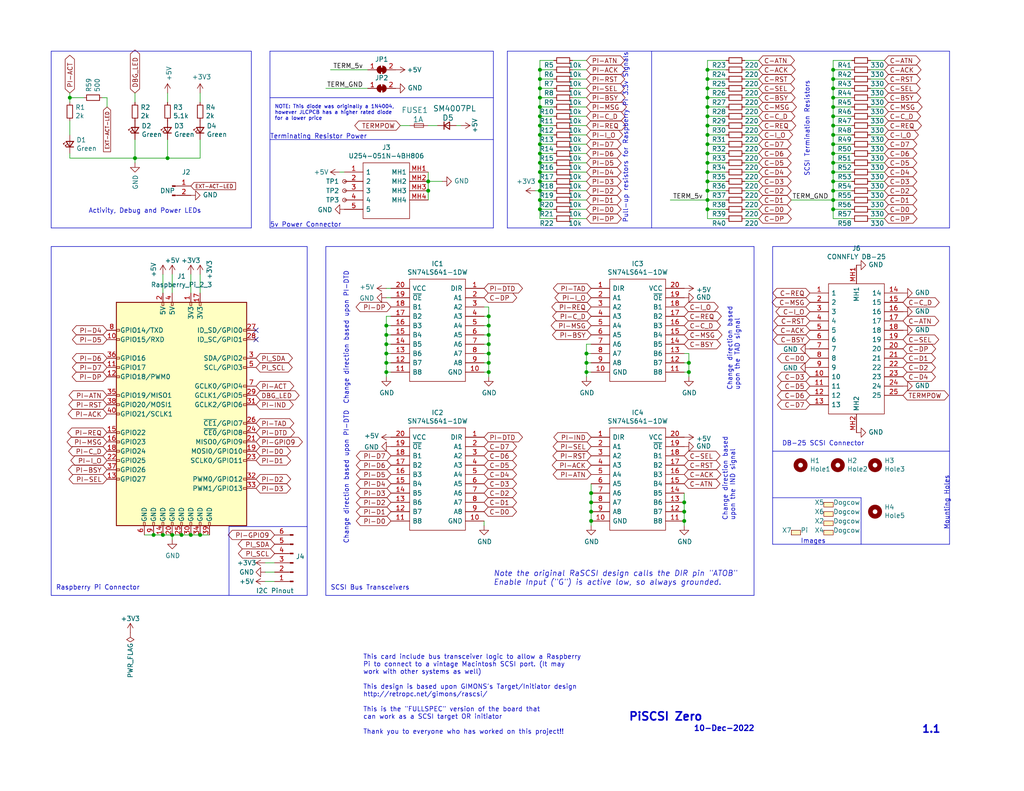
<source format=kicad_sch>
(kicad_sch (version 20230121) (generator eeschema)
  (paper "USLetter")
  (junction (at 186.69 139.7))
  (junction (at 116.84 49.53))
  (junction (at 227.33 52.07))
  (junction (at 227.33 46.99))
  (junction (at 52.07 146.05))
  (junction (at 36.83 43.18))
  (junction (at 147.32 24.13))
  (junction (at 227.33 31.75))
  (junction (at 105.41 91.44))
  (junction (at 193.04 31.75))
  (junction (at 160.02 99.06))
  (junction (at 227.33 29.21))
  (junction (at 105.41 88.9))
  (junction (at 193.04 24.13))
  (junction (at 227.33 34.29))
  (junction (at 193.04 44.45))
  (junction (at 227.33 36.83))
  (junction (at 133.35 99.06))
  (junction (at 49.53 146.05))
  (junction (at 227.33 57.15))
  (junction (at 193.04 46.99))
  (junction (at 227.33 26.67))
  (junction (at 193.04 29.21))
  (junction (at 45.72 43.18))
  (junction (at 147.32 19.05))
  (junction (at 44.45 146.05))
  (junction (at 147.32 44.45))
  (junction (at 193.04 49.53))
  (junction (at 227.33 41.91))
  (junction (at 160.02 96.52))
  (junction (at 193.04 21.59))
  (junction (at 147.32 52.07))
  (junction (at 147.32 46.99))
  (junction (at 193.04 57.15))
  (junction (at 105.41 93.98))
  (junction (at 193.04 34.29))
  (junction (at 227.33 19.05))
  (junction (at 133.35 96.52))
  (junction (at 133.35 101.6))
  (junction (at 187.96 101.6))
  (junction (at 105.41 96.52))
  (junction (at 147.32 49.53))
  (junction (at 147.32 39.37))
  (junction (at 227.33 49.53))
  (junction (at 147.32 29.21))
  (junction (at 227.33 54.61))
  (junction (at 186.69 137.16))
  (junction (at 193.04 52.07))
  (junction (at 116.84 52.07))
  (junction (at 133.35 88.9))
  (junction (at 161.29 142.24))
  (junction (at 147.32 31.75))
  (junction (at 147.32 34.29))
  (junction (at 147.32 54.61))
  (junction (at 193.04 41.91))
  (junction (at 193.04 19.05))
  (junction (at 161.29 137.16))
  (junction (at 105.41 99.06))
  (junction (at 19.05 26.67))
  (junction (at 161.29 134.62))
  (junction (at 161.29 139.7))
  (junction (at 105.41 101.6))
  (junction (at 193.04 39.37))
  (junction (at 193.04 54.61))
  (junction (at 147.32 57.15))
  (junction (at 147.32 26.67))
  (junction (at 227.33 39.37))
  (junction (at 227.33 44.45))
  (junction (at 160.02 101.6))
  (junction (at 193.04 26.67))
  (junction (at 133.35 93.98))
  (junction (at 133.35 91.44))
  (junction (at 186.69 142.24))
  (junction (at 46.99 146.05))
  (junction (at 54.61 146.05))
  (junction (at 147.32 21.59))
  (junction (at 147.32 41.91))
  (junction (at 193.04 36.83))
  (junction (at 187.96 99.06))
  (junction (at 41.91 146.05))
  (junction (at 227.33 21.59))
  (junction (at 147.32 36.83))
  (junction (at 133.35 86.36))
  (junction (at 227.33 24.13))
  (no_connect (at 69.85 92.71))
  (no_connect (at 69.85 90.17))
  (wire (pts (xy 105.41 86.36) (xy 106.68 86.36)))
  (wire (pts (xy 207.01 57.15) (xy 203.2 57.15)))
  (wire (pts (xy 36.83 43.18) (xy 45.72 43.18)))
  (wire (pts (xy 36.83 38.1) (xy 36.83 43.18)))
  (wire (pts (xy 193.04 52.07) (xy 193.04 54.61)))
  (wire (pts (xy 54.61 146.05) (xy 52.07 146.05)))
  (wire (pts (xy 227.33 57.15) (xy 227.33 54.61)))
  (wire (pts (xy 193.04 41.91) (xy 193.04 44.45)))
  (wire (pts (xy 227.33 24.13) (xy 227.33 26.67)))
  (wire (pts (xy 193.04 57.15) (xy 198.12 57.15)))
  (wire (pts (xy 193.04 29.21) (xy 193.04 31.75)))
  (wire (pts (xy 193.04 21.59) (xy 198.12 21.59)))
  (wire (pts (xy 132.08 91.44) (xy 133.35 91.44)))
  (wire (pts (xy 92.71 46.99) (xy 93.98 46.99)))
  (wire (pts (xy 105.41 91.44) (xy 105.41 88.9)))
  (wire (pts (xy 147.32 31.75) (xy 151.13 31.75)))
  (wire (pts (xy 105.41 101.6) (xy 105.41 99.06)))
  (wire (pts (xy 193.04 46.99) (xy 198.12 46.99)))
  (wire (pts (xy 147.32 52.07) (xy 147.32 54.61)))
  (wire (pts (xy 45.72 38.1) (xy 45.72 43.18)))
  (wire (pts (xy 227.33 19.05) (xy 232.41 19.05)))
  (polyline (pts (xy 259.08 67.31) (xy 210.82 67.31)))
  (wire (pts (xy 161.29 143.51) (xy 161.29 142.24)))
  (wire (pts (xy 54.61 27.94) (xy 54.61 25.4)))
  (wire (pts (xy 227.33 24.13) (xy 232.41 24.13)))
  (wire (pts (xy 133.35 86.36) (xy 133.35 83.82)))
  (wire (pts (xy 161.29 139.7) (xy 161.29 137.16)))
  (polyline (pts (xy 62.484 143.764) (xy 62.484 162.56)))
  (polyline (pts (xy 138.43 62.23) (xy 138.43 13.97)))
  (wire (pts (xy 207.01 34.29) (xy 203.2 34.29)))
  (wire (pts (xy 147.32 59.69) (xy 151.13 59.69)))
  (wire (pts (xy 29.21 26.67) (xy 29.21 29.21)))
  (wire (pts (xy 147.32 46.99) (xy 151.13 46.99)))
  (wire (pts (xy 207.01 39.37) (xy 203.2 39.37)))
  (wire (pts (xy 193.04 34.29) (xy 193.04 36.83)))
  (wire (pts (xy 186.69 101.6) (xy 187.96 101.6)))
  (wire (pts (xy 156.21 21.59) (xy 160.02 21.59)))
  (wire (pts (xy 186.69 139.7) (xy 186.69 137.16)))
  (wire (pts (xy 44.45 80.01) (xy 44.45 74.93)))
  (wire (pts (xy 207.01 49.53) (xy 203.2 49.53)))
  (wire (pts (xy 74.93 156.21) (xy 72.39 156.21)))
  (polyline (pts (xy 73.66 13.97) (xy 134.62 13.97)))
  (wire (pts (xy 147.32 29.21) (xy 151.13 29.21)))
  (wire (pts (xy 54.61 43.18) (xy 54.61 38.1)))
  (wire (pts (xy 54.61 80.01) (xy 54.61 74.93)))
  (wire (pts (xy 161.29 93.98) (xy 160.02 93.98)))
  (wire (pts (xy 227.33 46.99) (xy 227.33 49.53)))
  (wire (pts (xy 227.33 44.45) (xy 227.33 46.99)))
  (wire (pts (xy 227.33 39.37) (xy 232.41 39.37)))
  (wire (pts (xy 147.32 26.67) (xy 147.32 29.21)))
  (wire (pts (xy 193.04 59.69) (xy 198.12 59.69)))
  (wire (pts (xy 105.41 99.06) (xy 105.41 96.52)))
  (wire (pts (xy 146.05 52.07) (xy 147.32 52.07)))
  (wire (pts (xy 161.29 101.6) (xy 160.02 101.6)))
  (wire (pts (xy 227.33 31.75) (xy 227.33 34.29)))
  (wire (pts (xy 116.84 52.07) (xy 116.84 54.61)))
  (polyline (pts (xy 73.66 13.97) (xy 73.66 62.23)))
  (wire (pts (xy 156.21 49.53) (xy 160.02 49.53)))
  (wire (pts (xy 147.32 16.51) (xy 147.32 19.05)))
  (wire (pts (xy 241.3 31.75) (xy 237.49 31.75)))
  (wire (pts (xy 147.32 49.53) (xy 151.13 49.53)))
  (wire (pts (xy 57.15 146.05) (xy 54.61 146.05)))
  (wire (pts (xy 241.3 46.99) (xy 237.49 46.99)))
  (wire (pts (xy 241.3 16.51) (xy 237.49 16.51)))
  (wire (pts (xy 193.04 24.13) (xy 193.04 26.67)))
  (wire (pts (xy 241.3 44.45) (xy 237.49 44.45)))
  (wire (pts (xy 116.84 46.99) (xy 116.84 49.53)))
  (wire (pts (xy 156.21 57.15) (xy 160.02 57.15)))
  (wire (pts (xy 207.01 41.91) (xy 203.2 41.91)))
  (wire (pts (xy 193.04 36.83) (xy 198.12 36.83)))
  (wire (pts (xy 72.39 158.75) (xy 74.93 158.75)))
  (wire (pts (xy 111.76 34.29) (xy 109.22 34.29)))
  (wire (pts (xy 45.72 43.18) (xy 54.61 43.18)))
  (polyline (pts (xy 259.08 148.59) (xy 259.08 67.31)))
  (wire (pts (xy 156.21 36.83) (xy 160.02 36.83)))
  (wire (pts (xy 133.35 91.44) (xy 133.35 88.9)))
  (wire (pts (xy 19.05 33.02) (xy 19.05 36.83)))
  (wire (pts (xy 193.04 44.45) (xy 193.04 46.99)))
  (wire (pts (xy 27.94 26.67) (xy 29.21 26.67)))
  (wire (pts (xy 227.33 54.61) (xy 232.41 54.61)))
  (wire (pts (xy 147.32 31.75) (xy 147.32 34.29)))
  (wire (pts (xy 106.68 88.9) (xy 105.41 88.9)))
  (wire (pts (xy 241.3 21.59) (xy 237.49 21.59)))
  (wire (pts (xy 133.35 101.6) (xy 133.35 102.87)))
  (wire (pts (xy 241.3 49.53) (xy 237.49 49.53)))
  (wire (pts (xy 132.08 83.82) (xy 133.35 83.82)))
  (wire (pts (xy 193.04 24.13) (xy 198.12 24.13)))
  (wire (pts (xy 193.04 34.29) (xy 198.12 34.29)))
  (wire (pts (xy 147.32 34.29) (xy 147.32 36.83)))
  (wire (pts (xy 207.01 16.51) (xy 203.2 16.51)))
  (polyline (pts (xy 210.82 123.19) (xy 259.08 123.19)))
  (wire (pts (xy 147.32 49.53) (xy 147.32 52.07)))
  (wire (pts (xy 106.68 101.6) (xy 105.41 101.6)))
  (wire (pts (xy 227.33 34.29) (xy 227.33 36.83)))
  (wire (pts (xy 120.65 49.53) (xy 116.84 49.53)))
  (wire (pts (xy 161.29 99.06) (xy 160.02 99.06)))
  (wire (pts (xy 147.32 52.07) (xy 151.13 52.07)))
  (wire (pts (xy 52.07 80.01) (xy 52.07 74.93)))
  (wire (pts (xy 193.04 29.21) (xy 198.12 29.21)))
  (wire (pts (xy 207.01 31.75) (xy 203.2 31.75)))
  (wire (pts (xy 105.41 81.28) (xy 106.68 81.28)))
  (wire (pts (xy 187.96 96.52) (xy 186.69 96.52)))
  (wire (pts (xy 46.99 147.32) (xy 46.99 146.05)))
  (wire (pts (xy 207.01 52.07) (xy 203.2 52.07)))
  (wire (pts (xy 186.69 142.24) (xy 186.69 139.7)))
  (wire (pts (xy 147.32 24.13) (xy 151.13 24.13)))
  (wire (pts (xy 46.99 146.05) (xy 44.45 146.05)))
  (wire (pts (xy 46.99 80.01) (xy 46.99 74.93)))
  (wire (pts (xy 119.38 34.29) (xy 116.84 34.29)))
  (wire (pts (xy 241.3 29.21) (xy 237.49 29.21)))
  (polyline (pts (xy 210.82 148.59) (xy 259.08 148.59)))
  (wire (pts (xy 156.21 29.21) (xy 160.02 29.21)))
  (wire (pts (xy 227.33 59.69) (xy 227.33 57.15)))
  (polyline (pts (xy 205.74 162.56) (xy 205.74 67.31)))
  (wire (pts (xy 186.69 143.51) (xy 186.69 142.24)))
  (wire (pts (xy 187.96 102.87) (xy 187.96 101.6)))
  (wire (pts (xy 147.32 16.51) (xy 151.13 16.51)))
  (polyline (pts (xy 88.9 162.56) (xy 205.74 162.56)))
  (wire (pts (xy 227.33 26.67) (xy 227.33 29.21)))
  (wire (pts (xy 156.21 39.37) (xy 160.02 39.37)))
  (wire (pts (xy 147.32 24.13) (xy 147.32 26.67)))
  (wire (pts (xy 147.32 29.21) (xy 147.32 31.75)))
  (wire (pts (xy 36.83 44.45) (xy 36.83 43.18)))
  (wire (pts (xy 133.35 99.06) (xy 133.35 101.6)))
  (wire (pts (xy 207.01 59.69) (xy 203.2 59.69)))
  (polyline (pts (xy 73.66 62.23) (xy 134.62 62.23)))
  (wire (pts (xy 227.33 21.59) (xy 232.41 21.59)))
  (wire (pts (xy 132.08 86.36) (xy 133.35 86.36)))
  (polyline (pts (xy 259.08 62.23) (xy 138.43 62.23)))
  (wire (pts (xy 132.08 88.9) (xy 133.35 88.9)))
  (wire (pts (xy 105.41 93.98) (xy 105.41 91.44)))
  (wire (pts (xy 125.73 34.29) (xy 124.46 34.29)))
  (polyline (pts (xy 259.08 62.23) (xy 259.08 13.97)))
  (wire (pts (xy 193.04 19.05) (xy 193.04 21.59)))
  (wire (pts (xy 241.3 34.29) (xy 237.49 34.29)))
  (polyline (pts (xy 13.97 62.23) (xy 68.58 62.23)))
  (wire (pts (xy 207.01 26.67) (xy 203.2 26.67)))
  (wire (pts (xy 160.02 99.06) (xy 160.02 101.6)))
  (wire (pts (xy 193.04 49.53) (xy 193.04 52.07)))
  (wire (pts (xy 193.04 16.51) (xy 198.12 16.51)))
  (wire (pts (xy 72.39 153.67) (xy 74.93 153.67)))
  (polyline (pts (xy 73.66 26.67) (xy 134.62 26.67)))
  (wire (pts (xy 156.21 54.61) (xy 160.02 54.61)))
  (wire (pts (xy 193.04 16.51) (xy 193.04 19.05)))
  (wire (pts (xy 227.33 19.05) (xy 227.33 21.59)))
  (wire (pts (xy 105.41 96.52) (xy 105.41 93.98)))
  (wire (pts (xy 193.04 21.59) (xy 193.04 24.13)))
  (wire (pts (xy 147.32 36.83) (xy 151.13 36.83)))
  (wire (pts (xy 227.33 16.51) (xy 232.41 16.51)))
  (wire (pts (xy 227.33 34.29) (xy 232.41 34.29)))
  (wire (pts (xy 207.01 24.13) (xy 203.2 24.13)))
  (wire (pts (xy 19.05 26.67) (xy 22.86 26.67)))
  (wire (pts (xy 227.33 49.53) (xy 232.41 49.53)))
  (polyline (pts (xy 234.95 135.89) (xy 234.95 148.59)))
  (wire (pts (xy 161.29 134.62) (xy 161.29 132.08)))
  (wire (pts (xy 227.33 46.99) (xy 232.41 46.99)))
  (polyline (pts (xy 83.82 143.764) (xy 62.484 143.764)))
  (wire (pts (xy 241.3 52.07) (xy 237.49 52.07)))
  (wire (pts (xy 241.3 59.69) (xy 237.49 59.69)))
  (wire (pts (xy 19.05 43.18) (xy 36.83 43.18)))
  (wire (pts (xy 227.33 29.21) (xy 227.33 31.75)))
  (wire (pts (xy 106.68 96.52) (xy 105.41 96.52)))
  (wire (pts (xy 45.72 27.94) (xy 45.72 25.4)))
  (wire (pts (xy 207.01 46.99) (xy 203.2 46.99)))
  (wire (pts (xy 187.96 99.06) (xy 187.96 96.52)))
  (wire (pts (xy 193.04 36.83) (xy 193.04 39.37)))
  (wire (pts (xy 132.08 143.51) (xy 132.08 142.24)))
  (wire (pts (xy 19.05 26.67) (xy 19.05 27.94)))
  (wire (pts (xy 147.32 41.91) (xy 151.13 41.91)))
  (polyline (pts (xy 134.62 13.97) (xy 134.62 62.23)))
  (wire (pts (xy 147.32 54.61) (xy 151.13 54.61)))
  (wire (pts (xy 147.32 57.15) (xy 151.13 57.15)))
  (wire (pts (xy 241.3 41.91) (xy 237.49 41.91)))
  (wire (pts (xy 161.29 142.24) (xy 161.29 139.7)))
  (wire (pts (xy 147.32 39.37) (xy 147.32 41.91)))
  (wire (pts (xy 105.41 88.9) (xy 105.41 86.36)))
  (polyline (pts (xy 210.82 148.59) (xy 210.82 67.31)))
  (wire (pts (xy 161.29 137.16) (xy 161.29 134.62)))
  (wire (pts (xy 227.33 57.15) (xy 232.41 57.15)))
  (wire (pts (xy 41.91 146.05) (xy 39.37 146.05)))
  (wire (pts (xy 147.32 34.29) (xy 151.13 34.29)))
  (wire (pts (xy 156.21 59.69) (xy 160.02 59.69)))
  (wire (pts (xy 106.68 99.06) (xy 105.41 99.06)))
  (wire (pts (xy 193.04 39.37) (xy 193.04 41.91)))
  (wire (pts (xy 156.21 46.99) (xy 160.02 46.99)))
  (wire (pts (xy 100.33 24.13) (xy 88.9 24.13)))
  (wire (pts (xy 105.41 78.74) (xy 106.68 78.74)))
  (wire (pts (xy 193.04 46.99) (xy 193.04 49.53)))
  (wire (pts (xy 133.35 93.98) (xy 133.35 91.44)))
  (wire (pts (xy 207.01 44.45) (xy 203.2 44.45)))
  (wire (pts (xy 19.05 43.18) (xy 19.05 41.91)))
  (wire (pts (xy 133.35 96.52) (xy 133.35 93.98)))
  (wire (pts (xy 227.33 36.83) (xy 227.33 39.37)))
  (wire (pts (xy 207.01 54.61) (xy 203.2 54.61)))
  (wire (pts (xy 90.17 19.05) (xy 100.33 19.05)))
  (wire (pts (xy 193.04 57.15) (xy 193.04 54.61)))
  (wire (pts (xy 182.88 54.61) (xy 193.04 54.61)))
  (wire (pts (xy 193.04 44.45) (xy 198.12 44.45)))
  (wire (pts (xy 186.69 137.16) (xy 186.69 134.62)))
  (wire (pts (xy 193.04 26.67) (xy 193.04 29.21)))
  (wire (pts (xy 160.02 96.52) (xy 160.02 99.06)))
  (wire (pts (xy 106.68 93.98) (xy 105.41 93.98)))
  (wire (pts (xy 160.02 93.98) (xy 160.02 96.52)))
  (wire (pts (xy 156.21 19.05) (xy 160.02 19.05)))
  (wire (pts (xy 193.04 19.05) (xy 198.12 19.05)))
  (wire (pts (xy 193.04 59.69) (xy 193.04 57.15)))
  (wire (pts (xy 147.32 26.67) (xy 151.13 26.67)))
  (wire (pts (xy 133.35 101.6) (xy 132.08 101.6)))
  (wire (pts (xy 147.32 21.59) (xy 151.13 21.59)))
  (wire (pts (xy 147.32 46.99) (xy 147.32 49.53)))
  (wire (pts (xy 227.33 16.51) (xy 227.33 19.05)))
  (wire (pts (xy 207.01 19.05) (xy 203.2 19.05)))
  (wire (pts (xy 156.21 24.13) (xy 160.02 24.13)))
  (wire (pts (xy 241.3 36.83) (xy 237.49 36.83)))
  (wire (pts (xy 227.33 59.69) (xy 232.41 59.69)))
  (wire (pts (xy 147.32 54.61) (xy 147.32 57.15)))
  (wire (pts (xy 187.96 101.6) (xy 187.96 99.06)))
  (wire (pts (xy 147.32 21.59) (xy 147.32 24.13)))
  (wire (pts (xy 241.3 57.15) (xy 237.49 57.15)))
  (wire (pts (xy 227.33 54.61) (xy 215.9 54.61)))
  (wire (pts (xy 147.32 41.91) (xy 147.32 44.45)))
  (polyline (pts (xy 13.97 13.97) (xy 13.97 62.23)))
  (wire (pts (xy 147.32 19.05) (xy 151.13 19.05)))
  (wire (pts (xy 207.01 29.21) (xy 203.2 29.21)))
  (polyline (pts (xy 83.82 67.31) (xy 83.82 162.56)))
  (wire (pts (xy 132.08 99.06) (xy 133.35 99.06)))
  (polyline (pts (xy 177.8 62.23) (xy 177.8 13.97)))
  (wire (pts (xy 132.08 93.98) (xy 133.35 93.98)))
  (wire (pts (xy 227.33 29.21) (xy 232.41 29.21)))
  (wire (pts (xy 156.21 52.07) (xy 160.02 52.07)))
  (wire (pts (xy 227.33 36.83) (xy 232.41 36.83)))
  (wire (pts (xy 147.32 36.83) (xy 147.32 39.37)))
  (polyline (pts (xy 13.97 162.56) (xy 13.97 67.31)))
  (wire (pts (xy 156.21 44.45) (xy 160.02 44.45)))
  (wire (pts (xy 133.35 99.06) (xy 133.35 96.52)))
  (wire (pts (xy 105.41 101.6) (xy 105.41 102.87)))
  (wire (pts (xy 156.21 16.51) (xy 160.02 16.51)))
  (wire (pts (xy 227.33 52.07) (xy 232.41 52.07)))
  (wire (pts (xy 133.35 88.9) (xy 133.35 86.36)))
  (polyline (pts (xy 68.58 13.97) (xy 68.58 62.23)))
  (wire (pts (xy 52.07 146.05) (xy 49.53 146.05)))
  (polyline (pts (xy 13.97 13.97) (xy 68.58 13.97)))
  (wire (pts (xy 207.01 36.83) (xy 203.2 36.83)))
  (wire (pts (xy 227.33 41.91) (xy 232.41 41.91)))
  (wire (pts (xy 227.33 26.67) (xy 232.41 26.67)))
  (polyline (pts (xy 138.43 13.97) (xy 259.08 13.97)))
  (wire (pts (xy 156.21 41.91) (xy 160.02 41.91)))
  (wire (pts (xy 193.04 31.75) (xy 193.04 34.29)))
  (wire (pts (xy 132.08 96.52) (xy 133.35 96.52)))
  (wire (pts (xy 227.33 49.53) (xy 227.33 52.07)))
  (wire (pts (xy 44.45 146.05) (xy 41.91 146.05)))
  (wire (pts (xy 241.3 39.37) (xy 237.49 39.37)))
  (polyline (pts (xy 13.97 67.31) (xy 83.82 67.31)))
  (wire (pts (xy 147.32 39.37) (xy 151.13 39.37)))
  (polyline (pts (xy 88.9 67.31) (xy 88.9 162.56)))
  (wire (pts (xy 227.33 21.59) (xy 227.33 24.13)))
  (wire (pts (xy 227.33 52.07) (xy 227.33 54.61)))
  (wire (pts (xy 227.33 41.91) (xy 227.33 44.45)))
  (polyline (pts (xy 234.95 135.89) (xy 210.82 135.89)))
  (wire (pts (xy 161.29 96.52) (xy 160.02 96.52)))
  (wire (pts (xy 193.04 52.07) (xy 198.12 52.07)))
  (polyline (pts (xy 73.66 38.1) (xy 134.62 38.1)))
  (wire (pts (xy 241.3 26.67) (xy 237.49 26.67)))
  (wire (pts (xy 193.04 54.61) (xy 198.12 54.61)))
  (wire (pts (xy 106.68 91.44) (xy 105.41 91.44)))
  (wire (pts (xy 19.05 25.4) (xy 19.05 26.67)))
  (wire (pts (xy 241.3 54.61) (xy 237.49 54.61)))
  (wire (pts (xy 227.33 39.37) (xy 227.33 41.91)))
  (wire (pts (xy 49.53 146.05) (xy 46.99 146.05)))
  (wire (pts (xy 186.69 99.06) (xy 187.96 99.06)))
  (wire (pts (xy 193.04 26.67) (xy 198.12 26.67)))
  (polyline (pts (xy 83.82 162.56) (xy 13.97 162.56)))
  (wire (pts (xy 241.3 19.05) (xy 237.49 19.05)))
  (wire (pts (xy 147.32 44.45) (xy 147.32 46.99)))
  (wire (pts (xy 147.32 57.15) (xy 147.32 59.69)))
  (wire (pts (xy 207.01 21.59) (xy 203.2 21.59)))
  (wire (pts (xy 193.04 31.75) (xy 198.12 31.75)))
  (wire (pts (xy 116.84 49.53) (xy 116.84 52.07)))
  (wire (pts (xy 193.04 41.91) (xy 198.12 41.91)))
  (wire (pts (xy 227.33 31.75) (xy 232.41 31.75)))
  (wire (pts (xy 147.32 44.45) (xy 151.13 44.45)))
  (wire (pts (xy 147.32 19.05) (xy 147.32 21.59)))
  (wire (pts (xy 193.04 49.53) (xy 198.12 49.53)))
  (wire (pts (xy 227.33 44.45) (xy 232.41 44.45)))
  (wire (pts (xy 36.83 27.94) (xy 36.83 25.4)))
  (polyline (pts (xy 205.74 67.31) (xy 88.9 67.31)))
  (wire (pts (xy 193.04 39.37) (xy 198.12 39.37)))
  (wire (pts (xy 156.21 31.75) (xy 160.02 31.75)))
  (wire (pts (xy 241.3 24.13) (xy 237.49 24.13)))
  (wire (pts (xy 156.21 26.67) (xy 160.02 26.67)))
  (wire (pts (xy 156.21 34.29) (xy 160.02 34.29)))
  (wire (pts (xy 160.02 101.6) (xy 160.02 102.87)))
  (text "10-Dec-2022" (at 189.23 199.898 0) (effects (font (size 1.4986 1.4986) (thickness 0.2997) bold) (justify left bottom)))
  (text "5v Power Connector" (at 73.66 62.23 0) (effects (font (size 1.27 1.27)) (justify left bottom)))
  (text "This card include bus transceiver logic to allow a Raspberry \nPi to connect to a vintage Macintosh SCSI port. (It may \nwork with other systems as well)\n\nThis design is based upon GIMONS's Target/Initiator design\nhttp://retropc.net/gimons/rascsi/\n\nThis is the \"FULLSPEC\" version of the board that \ncan work as a SCSI target OR initiator\n\nThank you to everyone who has worked on this project!!" (at 99.06 200.66 0) (effects (font (size 1.27 1.27)) (justify left bottom)))
  (text "DB-25 SCSI Connector" (at 213.36 121.92 0) (effects (font (size 1.27 1.27)) (justify left bottom)))
  (text "Pull-up resistors for Raspberry Pi 3.3v Signals" (at 171.45 60.96 90) (effects (font (size 1.27 1.27)) (justify left bottom)))
  (text "Change direction based upon PI-DTD" (at 95.25 148.59 90) (effects (font (size 1.27 1.27)) (justify left bottom)))
  (text "SCSI Termination Resistors" (at 220.98 48.26 90) (effects (font (size 1.27 1.27)) (justify left bottom)))
  (text "Raspberry Pi Connector" (at 15.24 161.29 0) (effects (font (size 1.27 1.27)) (justify left bottom)))
  (text "Change direction based upon PI-DTD" (at 95.25 110.49 90) (effects (font (size 1.27 1.27)) (justify left bottom)))
  (text "PiSCSI Zero" (at 171.45 197.104 0) (effects (font (size 2.2098 2.2098) (thickness 0.442) bold) (justify left bottom)))
  (text "Note the original RaSCSI design calls the DIR pin \"ATOB\"\nEnable Input (\"G\") is active low, so always grounded." (at 134.62 160.02 0) (effects (font (size 1.4986 1.4986) italic) (justify left bottom)))
  (text "Change direction based \nupon the IND signal" (at 200.66 142.24 90) (effects (font (size 1.27 1.27)) (justify left bottom)))
  (text "1.1" (at 251.46 200.406 0) (effects (font (size 2.0066 2.0066) (thickness 0.4013) bold) (justify left bottom)))
  (text "Mounting Holes" (at 259.08 144.78 90) (effects (font (size 1.27 1.27)) (justify left bottom)))
  (text "Change direction based \nupon the TAD signal" (at 201.93 106.68 90) (effects (font (size 1.27 1.27)) (justify left bottom)))
  (text "Images" (at 218.44 148.59 0) (effects (font (size 1.27 1.27)) (justify left bottom)))
  (text "NOTE: This diode was originally a 1N4004, \nhowever JLCPCB has a higher rated diode \nfor a lower price" (at 74.93 33.02 0) (effects (font (size 0.9906 0.9906)) (justify left bottom)))
  (text "SCSI Bus Transceivers" (at 90.17 161.29 0) (effects (font (size 1.27 1.27)) (justify left bottom)))
  (text "Activity, Debug and Power LEDs" (at 24.13 58.42 0) (effects (font (size 1.27 1.27)) (justify left bottom)))
  (text "Terminating Resistor Power" (at 73.66 38.1 0) (effects (font (size 1.27 1.27)) (justify left bottom)))
  (label "TERM_5v" (at 99.06 19.05 180))
  (label "TERM_GND" (at 99.06 24.13 180))
  (label "TERM_5v" (at 191.77 54.61 180))
  (label "TERM_GND" (at 226.06 54.61 180))
  (global_label "PI-BSY" (shape bidirectional) (at 29.21 128.27 180) (property "Intersheetrefs" "${INTERSHEET_REFS}" (effects hide)))
  (global_label "C-C_D" (shape bidirectional) (at 246.38 82.55 0) (property "Intersheetrefs" "${INTERSHEET_REFS}" (effects hide)))
  (global_label "PI-D5" (shape bidirectional) (at 160.02 44.45 0) (property "Intersheetrefs" "${INTERSHEET_REFS}" (effects hide)))
  (global_label "C-D5" (shape bidirectional) (at 132.08 127 0) (property "Intersheetrefs" "${INTERSHEET_REFS}" (effects hide)))
  (global_label "PI_SCL" (shape bidirectional) (at 74.93 151.13 180) (property "Intersheetrefs" "${INTERSHEET_REFS}" (effects hide)))
  (global_label "C-BSY" (shape bidirectional) (at 186.69 93.98 0) (property "Intersheetrefs" "${INTERSHEET_REFS}" (effects hide)))
  (global_label "C-D6" (shape bidirectional) (at 132.08 124.46 0) (property "Intersheetrefs" "${INTERSHEET_REFS}" (effects hide)))
  (global_label "TERMPOW" (shape bidirectional) (at 246.38 107.95 0) (property "Intersheetrefs" "${INTERSHEET_REFS}" (effects hide)))
  (global_label "C-ATN" (shape bidirectional) (at 241.3 16.51 0) (property "Intersheetrefs" "${INTERSHEET_REFS}" (effects hide)))
  (global_label "C-I_O" (shape bidirectional) (at 207.01 36.83 0) (property "Intersheetrefs" "${INTERSHEET_REFS}" (effects hide)))
  (global_label "PI-I_O" (shape bidirectional) (at 29.21 125.73 180) (property "Intersheetrefs" "${INTERSHEET_REFS}" (effects hide)))
  (global_label "C-D5" (shape bidirectional) (at 241.3 44.45 0) (property "Intersheetrefs" "${INTERSHEET_REFS}" (effects hide)))
  (global_label "PI-D7" (shape bidirectional) (at 106.68 124.46 180) (property "Intersheetrefs" "${INTERSHEET_REFS}" (effects hide)))
  (global_label "DBG_LED" (shape bidirectional) (at 36.83 25.4 90) (property "Intersheetrefs" "${INTERSHEET_REFS}" (effects hide)))
  (global_label "EXT-ACT-LED" (shape input) (at 52.07 50.8 0) (effects (font (size 0.9906 0.9906))) (property "Intersheetrefs" "${INTERSHEET_REFS}" (effects hide)))
  (global_label "C-D4" (shape bidirectional) (at 246.38 102.87 0) (property "Intersheetrefs" "${INTERSHEET_REFS}" (effects hide)))
  (global_label "C-C_D" (shape bidirectional) (at 241.3 31.75 0) (property "Intersheetrefs" "${INTERSHEET_REFS}" (effects hide)))
  (global_label "PI-ACT" (shape bidirectional) (at 69.85 105.41 0) (property "Intersheetrefs" "${INTERSHEET_REFS}" (effects hide)))
  (global_label "C-D7" (shape bidirectional) (at 132.08 121.92 0) (property "Intersheetrefs" "${INTERSHEET_REFS}" (effects hide)))
  (global_label "C-SEL" (shape bidirectional) (at 246.38 92.71 0) (property "Intersheetrefs" "${INTERSHEET_REFS}" (effects hide)))
  (global_label "PI_SDA" (shape bidirectional) (at 74.93 148.59 180) (property "Intersheetrefs" "${INTERSHEET_REFS}" (effects hide)))
  (global_label "C-D3" (shape bidirectional) (at 241.3 49.53 0) (property "Intersheetrefs" "${INTERSHEET_REFS}" (effects hide)))
  (global_label "PI-D0" (shape bidirectional) (at 160.02 57.15 0) (property "Intersheetrefs" "${INTERSHEET_REFS}" (effects hide)))
  (global_label "C-D5" (shape bidirectional) (at 207.01 44.45 0) (property "Intersheetrefs" "${INTERSHEET_REFS}" (effects hide)))
  (global_label "C-D7" (shape bidirectional) (at 207.01 39.37 0) (property "Intersheetrefs" "${INTERSHEET_REFS}" (effects hide)))
  (global_label "PI-RST" (shape bidirectional) (at 160.02 21.59 0) (property "Intersheetrefs" "${INTERSHEET_REFS}" (effects hide)))
  (global_label "PI-C_D" (shape bidirectional) (at 161.29 86.36 180) (property "Intersheetrefs" "${INTERSHEET_REFS}" (effects hide)))
  (global_label "C-D2" (shape bidirectional) (at 241.3 52.07 0) (property "Intersheetrefs" "${INTERSHEET_REFS}" (effects hide)))
  (global_label "PI-RST" (shape bidirectional) (at 161.29 124.46 180) (property "Intersheetrefs" "${INTERSHEET_REFS}" (effects hide)))
  (global_label "PI-GPIO9" (shape bidirectional) (at 69.85 120.65 0) (property "Intersheetrefs" "${INTERSHEET_REFS}" (effects hide)))
  (global_label "C-ACK" (shape bidirectional) (at 220.98 90.17 180) (property "Intersheetrefs" "${INTERSHEET_REFS}" (effects hide)))
  (global_label "C-REQ" (shape bidirectional) (at 186.69 86.36 0) (property "Intersheetrefs" "${INTERSHEET_REFS}" (effects hide)))
  (global_label "C-D1" (shape bidirectional) (at 241.3 54.61 0) (property "Intersheetrefs" "${INTERSHEET_REFS}" (effects hide)))
  (global_label "PI-DTD" (shape bidirectional) (at 132.08 78.74 0) (property "Intersheetrefs" "${INTERSHEET_REFS}" (effects hide)))
  (global_label "C-C_D" (shape bidirectional) (at 186.69 88.9 0) (property "Intersheetrefs" "${INTERSHEET_REFS}" (effects hide)))
  (global_label "C-I_O" (shape bidirectional) (at 220.98 85.09 180) (property "Intersheetrefs" "${INTERSHEET_REFS}" (effects hide)))
  (global_label "C-REQ" (shape bidirectional) (at 220.98 80.01 180) (property "Intersheetrefs" "${INTERSHEET_REFS}" (effects hide)))
  (global_label "C-SEL" (shape bidirectional) (at 207.01 24.13 0) (property "Intersheetrefs" "${INTERSHEET_REFS}" (effects hide)))
  (global_label "PI-DP" (shape bidirectional) (at 160.02 59.69 0) (property "Intersheetrefs" "${INTERSHEET_REFS}" (effects hide)))
  (global_label "PI-GPIO9" (shape bidirectional) (at 74.93 146.05 180) (property "Intersheetrefs" "${INTERSHEET_REFS}" (effects hide)))
  (global_label "PI-D5" (shape bidirectional) (at 106.68 129.54 180) (property "Intersheetrefs" "${INTERSHEET_REFS}" (effects hide)))
  (global_label "PI-D0" (shape bidirectional) (at 69.85 123.19 0) (property "Intersheetrefs" "${INTERSHEET_REFS}" (effects hide)))
  (global_label "C-I_O" (shape bidirectional) (at 186.69 83.82 0) (property "Intersheetrefs" "${INTERSHEET_REFS}" (effects hide)))
  (global_label "C-D2" (shape bidirectional) (at 246.38 100.33 0) (property "Intersheetrefs" "${INTERSHEET_REFS}" (effects hide)))
  (global_label "C-RST" (shape bidirectional) (at 207.01 21.59 0) (property "Intersheetrefs" "${INTERSHEET_REFS}" (effects hide)))
  (global_label "PI-I_O" (shape bidirectional) (at 160.02 36.83 0) (property "Intersheetrefs" "${INTERSHEET_REFS}" (effects hide)))
  (global_label "C-ATN" (shape bidirectional) (at 246.38 87.63 0) (property "Intersheetrefs" "${INTERSHEET_REFS}" (effects hide)))
  (global_label "C-BSY" (shape bidirectional) (at 241.3 26.67 0) (property "Intersheetrefs" "${INTERSHEET_REFS}" (effects hide)))
  (global_label "PI-D5" (shape bidirectional) (at 29.21 92.71 180) (property "Intersheetrefs" "${INTERSHEET_REFS}" (effects hide)))
  (global_label "C-D1" (shape bidirectional) (at 246.38 97.79 0) (property "Intersheetrefs" "${INTERSHEET_REFS}" (effects hide)))
  (global_label "C-D3" (shape bidirectional) (at 220.98 102.87 180) (property "Intersheetrefs" "${INTERSHEET_REFS}" (effects hide)))
  (global_label "PI-ATN" (shape bidirectional) (at 160.02 16.51 0) (property "Intersheetrefs" "${INTERSHEET_REFS}" (effects hide)))
  (global_label "PI-TAD" (shape bidirectional) (at 161.29 78.74 180) (property "Intersheetrefs" "${INTERSHEET_REFS}" (effects hide)))
  (global_label "PI-D3" (shape bidirectional) (at 106.68 134.62 180) (property "Intersheetrefs" "${INTERSHEET_REFS}" (effects hide)))
  (global_label "C-ACK" (shape bidirectional) (at 186.69 129.54 0) (property "Intersheetrefs" "${INTERSHEET_REFS}" (effects hide)))
  (global_label "PI-D4" (shape bidirectional) (at 29.21 90.17 180) (property "Intersheetrefs" "${INTERSHEET_REFS}" (effects hide)))
  (global_label "PI-DTD" (shape bidirectional) (at 132.08 119.38 0) (property "Intersheetrefs" "${INTERSHEET_REFS}" (effects hide)))
  (global_label "TERMPOW" (shape bidirectional) (at 109.22 34.29 180) (property "Intersheetrefs" "${INTERSHEET_REFS}" (effects hide)))
  (global_label "PI-DP" (shape bidirectional) (at 29.21 102.87 180) (property "Intersheetrefs" "${INTERSHEET_REFS}" (effects hide)))
  (global_label "PI-MSG" (shape bidirectional) (at 29.21 120.65 180) (property "Intersheetrefs" "${INTERSHEET_REFS}" (effects hide)))
  (global_label "C-D0" (shape bidirectional) (at 241.3 57.15 0) (property "Intersheetrefs" "${INTERSHEET_REFS}" (effects hide)))
  (global_label "PI-IND" (shape bidirectional) (at 69.85 110.49 0) (property "Intersheetrefs" "${INTERSHEET_REFS}" (effects hide)))
  (global_label "C-SEL" (shape bidirectional) (at 241.3 24.13 0) (property "Intersheetrefs" "${INTERSHEET_REFS}" (effects hide)))
  (global_label "C-D2" (shape bidirectional) (at 207.01 52.07 0) (property "Intersheetrefs" "${INTERSHEET_REFS}" (effects hide)))
  (global_label "C-DP" (shape bidirectional) (at 132.08 81.28 0) (property "Intersheetrefs" "${INTERSHEET_REFS}" (effects hide)))
  (global_label "PI-SEL" (shape bidirectional) (at 160.02 24.13 0) (property "Intersheetrefs" "${INTERSHEET_REFS}" (effects hide)))
  (global_label "PI-REQ" (shape bidirectional) (at 160.02 34.29 0) (property "Intersheetrefs" "${INTERSHEET_REFS}" (effects hide)))
  (global_label "PI-REQ" (shape bidirectional) (at 29.21 118.11 180) (property "Intersheetrefs" "${INTERSHEET_REFS}" (effects hide)))
  (global_label "PI-D6" (shape bidirectional) (at 29.21 97.79 180) (property "Intersheetrefs" "${INTERSHEET_REFS}" (effects hide)))
  (global_label "C-ATN" (shape bidirectional) (at 207.01 16.51 0) (property "Intersheetrefs" "${INTERSHEET_REFS}" (effects hide)))
  (global_label "PI-D2" (shape bidirectional) (at 160.02 52.07 0) (property "Intersheetrefs" "${INTERSHEET_REFS}" (effects hide)))
  (global_label "PI-DTD" (shape bidirectional) (at 69.85 118.11 0) (property "Intersheetrefs" "${INTERSHEET_REFS}" (effects hide)))
  (global_label "C-SEL" (shape bidirectional) (at 186.69 124.46 0) (property "Intersheetrefs" "${INTERSHEET_REFS}" (effects hide)))
  (global_label "PI-IND" (shape bidirectional) (at 161.29 119.38 180) (property "Intersheetrefs" "${INTERSHEET_REFS}" (effects hide)))
  (global_label "PI-D4" (shape bidirectional) (at 160.02 46.99 0) (property "Intersheetrefs" "${INTERSHEET_REFS}" (effects hide)))
  (global_label "C-I_O" (shape bidirectional) (at 241.3 36.83 0) (property "Intersheetrefs" "${INTERSHEET_REFS}" (effects hide)))
  (global_label "PI-I_O" (shape bidirectional) (at 161.29 81.28 180) (property "Intersheetrefs" "${INTERSHEET_REFS}" (effects hide)))
  (global_label "PI-SEL" (shape bidirectional) (at 161.29 121.92 180) (property "Intersheetrefs" "${INTERSHEET_REFS}" (effects hide)))
  (global_label "C-D7" (shape bidirectional) (at 241.3 39.37 0) (property "Intersheetrefs" "${INTERSHEET_REFS}" (effects hide)))
  (global_label "C-D1" (shape bidirectional) (at 132.08 137.16 0) (property "Intersheetrefs" "${INTERSHEET_REFS}" (effects hide)))
  (global_label "C-D0" (shape bidirectional) (at 132.08 139.7 0) (property "Intersheetrefs" "${INTERSHEET_REFS}" (effects hide)))
  (global_label "PI-MSG" (shape bidirectional) (at 160.02 29.21 0) (property "Intersheetrefs" "${INTERSHEET_REFS}" (effects hide)))
  (global_label "PI-BSY" (shape bidirectional) (at 160.02 26.67 0) (property "Intersheetrefs" "${INTERSHEET_REFS}" (effects hide)))
  (global_label "PI-D6" (shape bidirectional) (at 106.68 127 180) (property "Intersheetrefs" "${INTERSHEET_REFS}" (effects hide)))
  (global_label "DBG_LED" (shape bidirectional) (at 69.85 107.95 0) (property "Intersheetrefs" "${INTERSHEET_REFS}" (effects hide)))
  (global_label "PI-D7" (shape bidirectional) (at 29.21 100.33 180) (property "Intersheetrefs" "${INTERSHEET_REFS}" (effects hide)))
  (global_label "PI-D3" (shape bidirectional) (at 69.85 133.35 0) (property "Intersheetrefs" "${INTERSHEET_REFS}" (effects hide)))
  (global_label "C-D5" (shape bidirectional) (at 220.98 105.41 180) (property "Intersheetrefs" "${INTERSHEET_REFS}" (effects hide)))
  (global_label "C-RST" (shape bidirectional) (at 220.98 87.63 180) (property "Intersheetrefs" "${INTERSHEET_REFS}" (effects hide)))
  (global_label "C-MSG" (shape bidirectional) (at 207.01 29.21 0) (property "Intersheetrefs" "${INTERSHEET_REFS}" (effects hide)))
  (global_label "PI-D0" (shape bidirectional) (at 106.68 142.24 180) (property "Intersheetrefs" "${INTERSHEET_REFS}" (effects hide)))
  (global_label "C-D3" (shape bidirectional) (at 207.01 49.53 0) (property "Intersheetrefs" "${INTERSHEET_REFS}" (effects hide)))
  (global_label "C-DP" (shape bidirectional) (at 246.38 95.25 0) (property "Intersheetrefs" "${INTERSHEET_REFS}" (effects hide)))
  (global_label "PI-DP" (shape bidirectional) (at 106.68 83.82 180) (property "Intersheetrefs" "${INTERSHEET_REFS}" (effects hide)))
  (global_label "C-MSG" (shape bidirectional) (at 186.69 91.44 0) (property "Intersheetrefs" "${INTERSHEET_REFS}" (effects hide)))
  (global_label "PI-ACK" (shape bidirectional) (at 160.02 19.05 0) (property "Intersheetrefs" "${INTERSHEET_REFS}" (effects hide)))
  (global_label "C-D0" (shape bidirectional) (at 207.01 57.15 0) (property "Intersheetrefs" "${INTERSHEET_REFS}" (effects hide)))
  (global_label "C-D4" (shape bidirectional) (at 132.08 129.54 0) (property "Intersheetrefs" "${INTERSHEET_REFS}" (effects hide)))
  (global_label "PI-BSY" (shape bidirectional) (at 161.29 91.44 180) (property "Intersheetrefs" "${INTERSHEET_REFS}" (effects hide)))
  (global_label "EXT-ACT-LED" (shape input) (at 29.21 29.21 270) (effects (font (size 0.9906 0.9906))) (property "Intersheetrefs" "${INTERSHEET_REFS}" (effects hide)))
  (global_label "C-BSY" (shape bidirectional) (at 220.98 92.71 180) (property "Intersheetrefs" "${INTERSHEET_REFS}" (effects hide)))
  (global_label "PI-D6" (shape bidirectional) (at 160.02 41.91 0) (property "Intersheetrefs" "${INTERSHEET_REFS}" (effects hide)))
  (global_label "PI-ATN" (shape bidirectional) (at 29.21 107.95 180) (property "Intersheetrefs" "${INTERSHEET_REFS}" (effects hide)))
  (global_label "PI-REQ" (shape bidirectional) (at 161.29 83.82 180) (property "Intersheetrefs" "${INTERSHEET_REFS}" (effects hide)))
  (global_label "C-D1" (shape bidirectional) (at 207.01 54.61 0) (property "Intersheetrefs" "${INTERSHEET_REFS}" (effects hide)))
  (global_label "PI-C_D" (shape bidirectional) (at 29.21 123.19 180) (property "Intersheetrefs" "${INTERSHEET_REFS}" (effects hide)))
  (global_label "C-BSY" (shape bidirectional) (at 207.01 26.67 0) (property "Intersheetrefs" "${INTERSHEET_REFS}" (effects hide)))
  (global_label "PI-ACT" (shape bidirectional) (at 19.05 25.4 90) (property "Intersheetrefs" "${INTERSHEET_REFS}" (effects hide)))
  (global_label "C-D4" (shape bidirectional) (at 241.3 46.99 0) (property "Intersheetrefs" "${INTERSHEET_REFS}" (effects hide)))
  (global_label "C-D6" (shape bidirectional) (at 207.01 41.91 0) (property "Intersheetrefs" "${INTERSHEET_REFS}" (effects hide)))
  (global_label "PI-MSG" (shape bidirectional) (at 161.29 88.9 180) (property "Intersheetrefs" "${INTERSHEET_REFS}" (effects hide)))
  (global_label "PI-D1" (shape bidirectional) (at 160.02 54.61 0) (property "Intersheetrefs" "${INTERSHEET_REFS}" (effects hide)))
  (global_label "C-D3" (shape bidirectional) (at 132.08 132.08 0) (property "Intersheetrefs" "${INTERSHEET_REFS}" (effects hide)))
  (global_label "C-ACK" (shape bidirectional) (at 207.01 19.05 0) (property "Intersheetrefs" "${INTERSHEET_REFS}" (effects hide)))
  (global_label "C-D6" (shape bidirectional) (at 241.3 41.91 0) (property "Intersheetrefs" "${INTERSHEET_REFS}" (effects hide)))
  (global_label "C-D4" (shape bidirectional) (at 207.01 46.99 0) (property "Intersheetrefs" "${INTERSHEET_REFS}" (effects hide)))
  (global_label "PI-C_D" (shape bidirectional) (at 160.02 31.75 0) (property "Intersheetrefs" "${INTERSHEET_REFS}" (effects hide)))
  (global_label "PI-ACK" (shape bidirectional) (at 161.29 127 180) (property "Intersheetrefs" "${INTERSHEET_REFS}" (effects hide)))
  (global_label "C-D2" (shape bidirectional) (at 132.08 134.62 0) (property "Intersheetrefs" "${INTERSHEET_REFS}" (effects hide)))
  (global_label "C-MSG" (shape bidirectional) (at 220.98 82.55 180) (property "Intersheetrefs" "${INTERSHEET_REFS}" (effects hide)))
  (global_label "C-D7" (shape bidirectional) (at 220.98 110.49 180) (property "Intersheetrefs" "${INTERSHEET_REFS}" (effects hide)))
  (global_label "PI_SDA" (shape bidirectional) (at 69.85 97.79 0) (property "Intersheetrefs" "${INTERSHEET_REFS}" (effects hide)))
  (global_label "C-DP" (shape bidirectional) (at 241.3 59.69 0) (property "Intersheetrefs" "${INTERSHEET_REFS}" (effects hide)))
  (global_label "PI-D7" (shape bidirectional) (at 160.02 39.37 0) (property "Intersheetrefs" "${INTERSHEET_REFS}" (effects hide)))
  (global_label "PI-SEL" (shape bidirectional) (at 29.21 130.81 180) (property "Intersheetrefs" "${INTERSHEET_REFS}" (effects hide)))
  (global_label "C-ACK" (shape bidirectional) (at 241.3 19.05 0) (property "Intersheetrefs" "${INTERSHEET_REFS}" (effects hide)))
  (global_label "PI-RST" (shape bidirectional) (at 29.21 110.49 180) (property "Intersheetrefs" "${INTERSHEET_REFS}" (effects hide)))
  (global_label "C-C_D" (shape bidirectional) (at 207.01 31.75 0) (property "Intersheetrefs" "${INTERSHEET_REFS}" (effects hide)))
  (global_label "C-ATN" (shape bidirectional) (at 186.69 132.08 0) (property "Intersheetrefs" "${INTERSHEET_REFS}" (effects hide)))
  (global_label "PI-ATN" (shape bidirectional) (at 161.29 129.54 180) (property "Intersheetrefs" "${INTERSHEET_REFS}" (effects hide)))
  (global_label "PI-D4" (shape bidirectional) (at 106.68 132.08 180) (property "Intersheetrefs" "${INTERSHEET_REFS}" (effects hide)))
  (global_label "C-RST" (shape bidirectional) (at 241.3 21.59 0) (property "Intersheetrefs" "${INTERSHEET_REFS}" (effects hide)))
  (global_label "C-RST" (shape bidirectional) (at 186.69 127 0) (property "Intersheetrefs" "${INTERSHEET_REFS}" (effects hide)))
  (global_label "PI-D1" (shape bidirectional) (at 106.68 139.7 180) (property "Intersheetrefs" "${INTERSHEET_REFS}" (effects hide)))
  (global_label "C-MSG" (shape bidirectional) (at 241.3 29.21 0) (property "Intersheetrefs" "${INTERSHEET_REFS}" (effects hide)))
  (global_label "C-DP" (shape bidirectional) (at 207.01 59.69 0) (property "Intersheetrefs" "${INTERSHEET_REFS}" (effects hide)))
  (global_label "PI-D3" (shape bidirectional) (at 160.02 49.53 0) (property "Intersheetrefs" "${INTERSHEET_REFS}" (effects hide)))
  (global_label "C-REQ" (shape bidirectional) (at 207.01 34.29 0) (property "Intersheetrefs" "${INTERSHEET_REFS}" (effects hide)))
  (global_label "PI-ACK" (shape bidirectional) (at 29.21 113.03 180) (property "Intersheetrefs" "${INTERSHEET_REFS}" (effects hide)))
  (global_label "C-REQ" (shape bidirectional) (at 241.3 34.29 0) (property "Intersheetrefs" "${INTERSHEET_REFS}" (effects hide)))
  (global_label "PI-D1" (shape bidirectional) (at 69.85 125.73 0) (property "Intersheetrefs" "${INTERSHEET_REFS}" (effects hide)))
  (global_label "PI-TAD" (shape bidirectional) (at 69.85 115.57 0) (property "Intersheetrefs" "${INTERSHEET_REFS}" (effects hide)))
  (global_label "PI-D2" (shape bidirectional) (at 69.85 130.81 0) (property "Intersheetrefs" "${INTERSHEET_REFS}" (effects hide)))
  (global_label "PI_SCL" (shape bidirectional) (at 69.85 100.33 0) (property "Intersheetrefs" "${INTERSHEET_REFS}" (effects hide)))
  (global_label "C-D6" (shape bidirectional) (at 220.98 107.95 180) (property "Intersheetrefs" "${INTERSHEET_REFS}" (effects hide)))
  (global_label "PI-D2" (shape bidirectional) (at 106.68 137.16 180) (property "Intersheetrefs" "${INTERSHEET_REFS}" (effects hide)))
  (global_label "C-D0" (shape bidirectional) (at 220.98 97.79 180) (property "Intersheetrefs" "${INTERSHEET_REFS}" (effects hide)))
  (symbol (lib_id "Device:R_Small") (at 19.05 30.48 0) (unit 1)
    (property "Reference" "R1" (at 20.5486 29.3116 0) (effects (justify left)))
    (property "Value" "2k" (at 20.5486 31.623 0) (effects (justify left)))
    (property "Footprint" "Resistor_SMD:R_0805_2012Metric" (effects hide))
    (property "LCSC" "C17604" (effects hide))
  )
  (symbol (lib_id "Device:LED_Small") (at 19.05 39.37 90) (unit 1)
    (property "Reference" "D1" (at 20.828 38.2016 90) (effects (justify right)))
    (property "Value" "Green" (at 20.828 40.513 90) (effects (justify right)))
    (property "Footprint" "LED_SMD:LED_0805_2012Metric" (effects hide))
    (property "LCSC" "C2297" (effects hide))
    (property "Description" "0805 Light Emitting Diodes (LED) RoHS" (effects hide))
    (property "Manufacturer_Name" "Hubei KENTO Elec" (effects hide))
  )
  (symbol (lib_id "Device:LED_Small") (at 36.83 35.56 90) (unit 1)
    (property "Reference" "D2" (at 38.608 34.3916 90) (effects (justify right)))
    (property "Value" "Green" (at 38.608 36.703 90) (effects (justify right)))
    (property "Footprint" "LED_SMD:LED_0805_2012Metric" (effects hide))
    (property "LCSC" "C2297" (effects hide))
    (property "Description" "0805 Light Emitting Diodes (LED) RoHS" (effects hide))
    (property "Manufacturer_Name" "Hubei KENTO Elec" (effects hide))
  )
  (symbol (lib_id "Device:LED_Small") (at 45.72 35.56 90) (unit 1)
    (property "Reference" "D3" (at 47.498 34.3916 90) (effects (justify right)))
    (property "Value" "Green" (at 47.498 36.703 90) (effects (justify right)))
    (property "Footprint" "LED_SMD:LED_0805_2012Metric" (effects hide))
    (property "LCSC" "C2297" (effects hide))
    (property "Description" "0805 Light Emitting Diodes (LED) RoHS" (effects hide))
    (property "Manufacturer_Name" "Hubei KENTO Elec" (effects hide))
  )
  (symbol (lib_id "Device:LED_Small") (at 54.61 35.56 90) (unit 1)
    (property "Reference" "D4" (at 56.388 34.3916 90) (effects (justify right)))
    (property "Value" "Green" (at 56.388 36.703 90) (effects (justify right)))
    (property "Footprint" "LED_SMD:LED_0805_2012Metric" (effects hide))
    (property "LCSC" "C2297" (effects hide))
    (property "Description" "0805 Light Emitting Diodes (LED) RoHS" (effects hide))
    (property "Manufacturer_Name" "Hubei KENTO Elec" (effects hide))
  )
  (symbol (lib_id "Mechanical:MountingHole") (at 218.44 127 0) (unit 1)
    (property "Reference" "H1" (at 220.98 125.7554 0) (effects (justify left)))
    (property "Value" "Hole1" (at 220.98 128.0668 0) (effects (justify left)))
    (property "Footprint" "MountingHole:MountingHole_2.7mm_M2.5" (effects hide))
    (property "Description" "DNP" (effects hide))
    (property "LCSC" "DNP" (effects hide))
    (property "Manufacturer_Name" "DNP" (effects hide))
  )
  (symbol (lib_id "Mechanical:MountingHole") (at 238.76 127 0) (unit 1)
    (property "Reference" "H3" (at 241.3 125.7554 0) (effects (justify left)))
    (property "Value" "Hole3" (at 241.3 128.0668 0) (effects (justify left)))
    (property "Footprint" "MountingHole:MountingHole_2.7mm_M2.5" (effects hide))
    (property "Description" "DNP" (effects hide))
    (property "LCSC" "DNP" (effects hide))
    (property "Manufacturer_Name" "DNP" (effects hide))
  )
  (symbol (lib_id "Mechanical:MountingHole") (at 238.76 139.7 0) (unit 1)
    (property "Reference" "H4" (at 241.3 138.4554 0) (effects (justify left)))
    (property "Value" "Hole5" (at 241.3 140.7668 0) (effects (justify left)))
    (property "Footprint" "MountingHole:MountingHole_2.7mm_M2.5" (effects hide))
    (property "Description" "DNP" (effects hide))
    (property "LCSC" "DNP" (effects hide))
    (property "Manufacturer_Name" "DNP" (effects hide))
  )
  (symbol (lib_id "Mechanical:MountingHole") (at 228.6 127 0) (unit 1)
    (property "Reference" "H2" (at 231.14 125.7554 0) (effects (justify left)))
    (property "Value" "Hole2" (at 231.14 128.0668 0) (effects (justify left)))
    (property "Footprint" "MountingHole:MountingHole_2.7mm_M2.5" (effects hide))
    (property "Description" "DNP" (effects hide))
    (property "LCSC" "DNP" (effects hide))
    (property "Manufacturer_Name" "DNP" (effects hide))
  )
  (symbol (lib_id "power:+3V3") (at 54.61 25.4 0) (unit 1)
    (property "Reference" "#PWR07" (effects hide))
    (property "Value" "+3V3" (at 54.991 21.0058 0))
  )
  (symbol (lib_id "power:+5V") (at 45.72 25.4 0) (unit 1)
    (property "Reference" "#PWR02" (effects hide))
    (property "Value" "+5V" (at 46.101 22.1488 90) (effects (justify left)))
  )
  (symbol (lib_id "SamacSys_Parts:Logo") (at 226.06 144.78 0) (unit 1)
    (property "Reference" "X2" (at 222.25 142.24 0) (effects (justify left)))
    (property "Value" "Dogcow" (at 227.33 142.24 0) (effects (justify left)))
    (property "Footprint" "SamacSys_Parts:dogcow" (effects hide))
    (property "LCSC" "N/A" (effects hide))
    (property "Manufacturer_Name" "N/A" (effects hide))
    (property "Description" "N/A - Silkscreen" (effects hide))
  )
  (symbol (lib_id "SamacSys_Parts:Logo") (at 226.06 139.7 0) (unit 1)
    (property "Reference" "X5" (at 222.25 137.16 0) (effects (justify left)))
    (property "Value" "Dogcow" (at 227.33 137.16 0) (effects (justify left)))
    (property "Footprint" "SamacSys_Parts:dogcow" (effects hide))
    (property "LCSC" "N/A" (effects hide))
    (property "Manufacturer_Name" "N/A" (effects hide))
    (property "Description" "N/A - Silkscreen" (effects hide))
  )
  (symbol (lib_id "SamacSys_Parts:Logo") (at 226.06 143.51 180) (unit 1)
    (property "Reference" "X4" (at 222.25 144.78 0) (effects (justify right)))
    (property "Value" "Dogcow" (at 227.33 144.78 0) (effects (justify right)))
    (property "Footprint" "SamacSys_Parts:dogcow" (effects hide))
    (property "LCSC" "N/A" (effects hide))
    (property "Manufacturer_Name" "N/A" (effects hide))
    (property "Description" "N/A - Silkscreen" (effects hide))
  )
  (symbol (lib_id "SamacSys_Parts:Logo") (at 226.06 142.24 0) (unit 1)
    (property "Reference" "X6" (at 222.25 139.7 0) (effects (justify left)))
    (property "Value" "Dogcow" (at 227.33 139.7 0) (effects (justify left)))
    (property "Footprint" "SamacSys_Parts:dogcow" (effects hide))
    (property "LCSC" "N/A" (effects hide))
    (property "Manufacturer_Name" "N/A" (effects hide))
    (property "Description" "N/A - Silkscreen" (effects hide))
  )
  (symbol (lib_id "Connector:Conn_01x06_Male") (at 80.01 153.67 180) (unit 1)
    (property "Reference" "J4" (at 80.7212 151.9428 0) (effects (justify right)))
    (property "Value" "I2C Pinout" (at 69.85 161.29 0) (effects (justify right)))
    (property "Footprint" "Connector_PinSocket_2.54mm:PinSocket_1x06_P2.54mm_Vertical" (effects hide))
    (property "LCSC" "C50950" (effects hide))
    (property "Description" "Female Header 6 1 right-angle，180degrees 2.54mm 2.54mm Pin Header & Female Header RoHS" (effects hide))
    (property "Manufacturer_Name" "BOOMELE(Boom Precision Elec) C50950" (effects hide))
  )
  (symbol (lib_id "power:+5V") (at 72.39 158.75 90) (unit 1)
    (property "Reference" "#PWR012" (effects hide))
    (property "Value" "+5V" (at 67.31 158.75 90))
  )
  (symbol (lib_id "power:GND") (at 72.39 156.21 270) (unit 1)
    (property "Reference" "#PWR011" (effects hide))
    (property "Value" "GND" (at 67.31 156.21 90))
  )
  (symbol (lib_id "power:+3V3") (at 72.39 153.67 90) (unit 1)
    (property "Reference" "#PWR010" (effects hide))
    (property "Value" "+3V3" (at 67.31 153.67 90))
  )
  (symbol (lib_id "SamacSys_Parts:SN74LS245DW") (at 132.08 78.74 0) (mirror y) (unit 1)
    (property "Reference" "IC1" (at 119.38 72.009 0))
    (property "Value" "SN74LS641-1DW" (at 119.38 74.3204 0))
    (property "Footprint" "SamacSys_Parts:SOIC127P1030X265-20N" (effects hide))
    (property "Description" "Octal bus transceivers" (effects hide))
    (property "Manufacturer_Name" "Texas Instruments" (effects hide))
    (property "LCSC" "C1548111" (effects hide))
  )
  (symbol (lib_id "SamacSys_Parts:SN74LS245DW") (at 132.08 119.38 0) (mirror y) (unit 1)
    (property "Reference" "IC2" (at 119.38 112.649 0))
    (property "Value" "SN74LS641-1DW" (at 119.38 114.9604 0))
    (property "Footprint" "SamacSys_Parts:SOIC127P1030X265-20N" (effects hide))
    (property "Description" "Octal bus transceivers" (effects hide))
    (property "Manufacturer_Name" "Texas Instruments" (effects hide))
    (property "LCSC" "C1548111" (effects hide))
  )
  (symbol (lib_id "SamacSys_Parts:SN74LS245DW") (at 161.29 78.74 0) (unit 1)
    (property "Reference" "IC3" (at 173.99 72.009 0))
    (property "Value" "SN74LS641-1DW" (at 173.99 74.3204 0))
    (property "Footprint" "SamacSys_Parts:SOIC127P1030X265-20N" (effects hide))
    (property "Description" "Octal bus transceivers" (effects hide))
    (property "Manufacturer_Name" "Texas Instruments" (effects hide))
    (property "LCSC" "C1548111" (effects hide))
  )
  (symbol (lib_id "SamacSys_Parts:SN74LS245DW") (at 161.29 119.38 0) (unit 1)
    (property "Reference" "IC4" (at 173.99 112.649 0))
    (property "Value" "SN74LS641-1DW" (at 173.99 114.9604 0))
    (property "Footprint" "SamacSys_Parts:SOIC127P1030X265-20N" (effects hide))
    (property "Description" "Octal bus transceivers" (effects hide))
    (property "Manufacturer_Name" "Texas Instruments" (effects hide))
    (property "LCSC" "C1548111" (effects hide))
  )
  (symbol (lib_id "SamacSys_Parts:Logo") (at 217.17 143.51 180) (unit 1)
    (property "Reference" "X7" (at 213.36 144.78 0) (effects (justify right)))
    (property "Value" "Pi" (at 218.44 144.78 0) (effects (justify right)))
    (property "Footprint" "SamacSys_Parts:pi_logo" (effects hide))
    (property "LCSC" "N/A" (effects hide))
    (property "Manufacturer_Name" "N/A" (effects hide))
    (property "Description" "N/A - Silkscreen" (effects hide))
  )
  (symbol (lib_id "Device:R_Small") (at 200.66 36.83 90) (unit 1)
    (property "Reference" "R31" (at 198.12 38.1 90) (effects (justify left)))
    (property "Value" "220" (at 207.01 38.1 90) (effects (justify left)))
    (property "Footprint" "Resistor_SMD:R_0805_2012Metric" (effects hide))
    (property "LCSC" "C17557" (effects hide))
  )
  (symbol (lib_id "power:GND") (at 186.69 143.51 0) (unit 1)
    (property "Reference" "#PWR032" (effects hide))
    (property "Value" "GND" (at 186.817 147.9042 0))
  )
  (symbol (lib_id "power:GND") (at 233.68 118.11 90) (unit 1)
    (property "Reference" "#PWR039" (effects hide))
    (property "Value" "GND" (at 236.9312 117.983 90) (effects (justify right)))
  )
  (symbol (lib_id "Device:R_Small") (at 153.67 36.83 90) (unit 1)
    (property "Reference" "R13" (at 151.13 38.1 90) (effects (justify left)))
    (property "Value" "10k" (at 158.75 38.1 90) (effects (justify left)))
    (property "Footprint" "Resistor_SMD:R_0805_2012Metric" (effects hide))
    (property "LCSC" "C17414" (effects hide))
  )
  (symbol (lib_id "power:GND") (at 246.38 80.01 90) (unit 1)
    (property "Reference" "#PWR042" (effects hide))
    (property "Value" "GND" (at 249.6312 79.883 90) (effects (justify right)))
  )
  (symbol (lib_id "power:GND") (at 246.38 85.09 90) (unit 1)
    (property "Reference" "#PWR043" (effects hide))
    (property "Value" "GND" (at 249.6312 84.963 90) (effects (justify right)))
  )
  (symbol (lib_id "power:GND") (at 246.38 90.17 90) (unit 1)
    (property "Reference" "#PWR044" (effects hide))
    (property "Value" "GND" (at 249.6312 90.043 90) (effects (justify right)))
  )
  (symbol (lib_id "power:GND") (at 220.98 95.25 270) (unit 1)
    (property "Reference" "#PWR035" (effects hide))
    (property "Value" "GND" (at 217.7288 95.377 90) (effects (justify right)))
  )
  (symbol (lib_id "power:GND") (at 220.98 100.33 270) (unit 1)
    (property "Reference" "#PWR036" (effects hide))
    (property "Value" "GND" (at 217.7288 100.457 90) (effects (justify right)))
  )
  (symbol (lib_id "power:GND") (at 246.38 105.41 90) (unit 1)
    (property "Reference" "#PWR045" (effects hide))
    (property "Value" "GND" (at 249.6312 105.283 90) (effects (justify right)))
  )
  (symbol (lib_id "power:GND") (at 233.68 72.39 90) (unit 1)
    (property "Reference" "#PWR038" (effects hide))
    (property "Value" "GND" (at 236.9312 72.263 90) (effects (justify right)))
  )
  (symbol (lib_id "Device:R_Small") (at 153.67 34.29 90) (unit 1)
    (property "Reference" "R12" (at 151.13 35.56 90) (effects (justify left)))
    (property "Value" "10k" (at 158.75 35.56 90) (effects (justify left)))
    (property "Footprint" "Resistor_SMD:R_0805_2012Metric" (effects hide))
    (property "LCSC" "C17414" (effects hide))
  )
  (symbol (lib_id "Device:R_Small") (at 153.67 31.75 90) (unit 1)
    (property "Reference" "R11" (at 151.13 33.02 90) (effects (justify left)))
    (property "Value" "10k" (at 158.75 33.02 90) (effects (justify left)))
    (property "Footprint" "Resistor_SMD:R_0805_2012Metric" (effects hide))
    (property "LCSC" "C17414" (effects hide))
  )
  (symbol (lib_id "Device:R_Small") (at 153.67 29.21 90) (unit 1)
    (property "Reference" "R10" (at 151.13 30.48 90) (effects (justify left)))
    (property "Value" "10k" (at 158.75 30.48 90) (effects (justify left)))
    (property "Footprint" "Resistor_SMD:R_0805_2012Metric" (effects hide))
    (property "LCSC" "C17414" (effects hide))
  )
  (symbol (lib_id "Device:R_Small") (at 153.67 26.67 90) (unit 1)
    (property "Reference" "R9" (at 151.13 27.94 90) (effects (justify left)))
    (property "Value" "10k" (at 158.75 27.94 90) (effects (justify left)))
    (property "Footprint" "Resistor_SMD:R_0805_2012Metric" (effects hide))
    (property "LCSC" "C17414" (effects hide))
  )
  (symbol (lib_id "Device:R_Small") (at 153.67 24.13 90) (unit 1)
    (property "Reference" "R8" (at 151.13 25.4 90) (effects (justify left)))
    (property "Value" "10k" (at 158.75 25.4 90) (effects (justify left)))
    (property "Footprint" "Resistor_SMD:R_0805_2012Metric" (effects hide))
    (property "LCSC" "C17414" (effects hide))
  )
  (symbol (lib_id "Device:R_Small") (at 153.67 21.59 90) (unit 1)
    (property "Reference" "R7" (at 151.13 22.86 90) (effects (justify left)))
    (property "Value" "10k" (at 158.75 22.86 90) (effects (justify left)))
    (property "Footprint" "Resistor_SMD:R_0805_2012Metric" (effects hide))
    (property "LCSC" "C17414" (effects hide))
  )
  (symbol (lib_id "Device:R_Small") (at 153.67 19.05 90) (unit 1)
    (property "Reference" "R6" (at 151.13 20.32 90) (effects (justify left)))
    (property "Value" "10k" (at 158.75 20.32 90) (effects (justify left)))
    (property "Footprint" "Resistor_SMD:R_0805_2012Metric" (effects hide))
    (property "LCSC" "C17414" (effects hide))
  )
  (symbol (lib_id "Device:R_Small") (at 153.67 16.51 90) (unit 1)
    (property "Reference" "R5" (at 151.13 17.78 90) (effects (justify left)))
    (property "Value" "10k" (at 158.75 17.78 90) (effects (justify left)))
    (property "Footprint" "Resistor_SMD:R_0805_2012Metric" (effects hide))
    (property "LCSC" "C17414" (effects hide))
  )
  (symbol (lib_id "Device:R_Small") (at 153.67 59.69 90) (mirror x) (unit 1)
    (property "Reference" "R22" (at 151.13 60.96 90) (effects (justify left)))
    (property "Value" "10k" (at 158.75 60.96 90) (effects (justify left)))
    (property "Footprint" "Resistor_SMD:R_0805_2012Metric" (effects hide))
    (property "LCSC" "C17414" (effects hide))
  )
  (symbol (lib_id "Device:R_Small") (at 153.67 39.37 90) (mirror x) (unit 1)
    (property "Reference" "R14" (at 151.13 40.64 90) (effects (justify left)))
    (property "Value" "10k" (at 158.75 40.64 90) (effects (justify left)))
    (property "Footprint" "Resistor_SMD:R_0805_2012Metric" (effects hide))
    (property "LCSC" "C17414" (effects hide))
  )
  (symbol (lib_id "power:+5V") (at 186.69 78.74 270) (unit 1)
    (property "Reference" "#PWR028" (effects hide))
    (property "Value" "+5V" (at 189.9412 79.121 90) (effects (justify left)))
  )
  (symbol (lib_id "Device:R_Small") (at 153.67 41.91 90) (mirror x) (unit 1)
    (property "Reference" "R15" (at 151.13 43.18 90) (effects (justify left)))
    (property "Value" "10k" (at 158.75 43.18 90) (effects (justify left)))
    (property "Footprint" "Resistor_SMD:R_0805_2012Metric" (effects hide))
    (property "LCSC" "C17414" (effects hide))
  )
  (symbol (lib_id "Device:R_Small") (at 153.67 44.45 90) (mirror x) (unit 1)
    (property "Reference" "R16" (at 151.13 45.72 90) (effects (justify left)))
    (property "Value" "10k" (at 158.75 45.72 90) (effects (justify left)))
    (property "Footprint" "Resistor_SMD:R_0805_2012Metric" (effects hide))
    (property "LCSC" "C17414" (effects hide))
  )
  (symbol (lib_id "Device:R_Small") (at 153.67 46.99 90) (mirror x) (unit 1)
    (property "Reference" "R17" (at 151.13 48.26 90) (effects (justify left)))
    (property "Value" "10k" (at 158.75 48.26 90) (effects (justify left)))
    (property "Footprint" "Resistor_SMD:R_0805_2012Metric" (effects hide))
    (property "LCSC" "C17414" (effects hide))
  )
  (symbol (lib_id "Device:R_Small") (at 153.67 49.53 90) (mirror x) (unit 1)
    (property "Reference" "R18" (at 151.13 50.8 90) (effects (justify left)))
    (property "Value" "10k" (at 158.75 50.8 90) (effects (justify left)))
    (property "Footprint" "Resistor_SMD:R_0805_2012Metric" (effects hide))
    (property "LCSC" "C17414" (effects hide))
  )
  (symbol (lib_id "Device:R_Small") (at 153.67 52.07 90) (mirror x) (unit 1)
    (property "Reference" "R19" (at 151.13 53.34 90) (effects (justify left)))
    (property "Value" "10k" (at 158.75 53.34 90) (effects (justify left)))
    (property "Footprint" "Resistor_SMD:R_0805_2012Metric" (effects hide))
    (property "LCSC" "C17414" (effects hide))
  )
  (symbol (lib_id "Device:R_Small") (at 153.67 54.61 90) (mirror x) (unit 1)
    (property "Reference" "R20" (at 151.13 55.88 90) (effects (justify left)))
    (property "Value" "10k" (at 158.75 55.88 90) (effects (justify left)))
    (property "Footprint" "Resistor_SMD:R_0805_2012Metric" (effects hide))
    (property "LCSC" "C17414" (effects hide))
  )
  (symbol (lib_id "Device:R_Small") (at 153.67 57.15 90) (mirror x) (unit 1)
    (property "Reference" "R21" (at 151.13 58.42 90) (effects (justify left)))
    (property "Value" "10k" (at 158.75 58.42 90) (effects (justify left)))
    (property "Footprint" "Resistor_SMD:R_0805_2012Metric" (effects hide))
    (property "LCSC" "C17414" (effects hide))
  )
  (symbol (lib_id "Device:R_Small") (at 200.66 34.29 90) (unit 1)
    (property "Reference" "R30" (at 198.12 35.56 90) (effects (justify left)))
    (property "Value" "220" (at 207.01 35.56 90) (effects (justify left)))
    (property "Footprint" "Resistor_SMD:R_0805_2012Metric" (effects hide))
    (property "LCSC" "C17557" (effects hide))
  )
  (symbol (lib_id "Device:R_Small") (at 200.66 31.75 90) (unit 1)
    (property "Reference" "R29" (at 198.12 33.02 90) (effects (justify left)))
    (property "Value" "220" (at 207.01 33.02 90) (effects (justify left)))
    (property "Footprint" "Resistor_SMD:R_0805_2012Metric" (effects hide))
    (property "LCSC" "C17557" (effects hide))
  )
  (symbol (lib_id "Device:R_Small") (at 200.66 29.21 90) (unit 1)
    (property "Reference" "R28" (at 198.12 30.48 90) (effects (justify left)))
    (property "Value" "220" (at 207.01 30.48 90) (effects (justify left)))
    (property "Footprint" "Resistor_SMD:R_0805_2012Metric" (effects hide))
    (property "LCSC" "C17557" (effects hide))
  )
  (symbol (lib_id "Device:R_Small") (at 200.66 26.67 90) (unit 1)
    (property "Reference" "R27" (at 198.12 27.94 90) (effects (justify left)))
    (property "Value" "220" (at 207.01 27.94 90) (effects (justify left)))
    (property "Footprint" "Resistor_SMD:R_0805_2012Metric" (effects hide))
    (property "LCSC" "C17557" (effects hide))
  )
  (symbol (lib_id "Device:R_Small") (at 200.66 24.13 90) (unit 1)
    (property "Reference" "R26" (at 198.12 25.4 90) (effects (justify left)))
    (property "Value" "220" (at 207.01 25.4 90) (effects (justify left)))
    (property "Footprint" "Resistor_SMD:R_0805_2012Metric" (effects hide))
    (property "LCSC" "C17557" (effects hide))
  )
  (symbol (lib_id "Device:R_Small") (at 200.66 21.59 90) (unit 1)
    (property "Reference" "R25" (at 198.12 22.86 90) (effects (justify left)))
    (property "Value" "220" (at 207.01 22.86 90) (effects (justify left)))
    (property "Footprint" "Resistor_SMD:R_0805_2012Metric" (effects hide))
    (property "LCSC" "C17557" (effects hide))
  )
  (symbol (lib_id "Device:R_Small") (at 200.66 19.05 90) (unit 1)
    (property "Reference" "R24" (at 198.12 20.32 90) (effects (justify left)))
    (property "Value" "220" (at 207.01 20.32 90) (effects (justify left)))
    (property "Footprint" "Resistor_SMD:R_0805_2012Metric" (effects hide))
    (property "LCSC" "C17557" (effects hide))
  )
  (symbol (lib_id "Device:R_Small") (at 200.66 16.51 90) (unit 1)
    (property "Reference" "R23" (at 198.12 17.78 90) (effects (justify left)))
    (property "Value" "220" (at 207.01 17.78 90) (effects (justify left)))
    (property "Footprint" "Resistor_SMD:R_0805_2012Metric" (effects hide))
    (property "LCSC" "C17557" (effects hide))
  )
  (symbol (lib_id "Device:R_Small") (at 200.66 59.69 90) (unit 1)
    (property "Reference" "R40" (at 198.12 60.96 90) (effects (justify left)))
    (property "Value" "220" (at 207.01 60.96 90) (effects (justify left)))
    (property "Footprint" "Resistor_SMD:R_0805_2012Metric" (effects hide))
    (property "LCSC" "C17557" (effects hide))
  )
  (symbol (lib_id "Device:R_Small") (at 200.66 57.15 90) (unit 1)
    (property "Reference" "R39" (at 198.12 58.42 90) (effects (justify left)))
    (property "Value" "220" (at 207.01 58.42 90) (effects (justify left)))
    (property "Footprint" "Resistor_SMD:R_0805_2012Metric" (effects hide))
    (property "LCSC" "C17557" (effects hide))
  )
  (symbol (lib_id "Device:R_Small") (at 200.66 54.61 90) (unit 1)
    (property "Reference" "R38" (at 198.12 55.88 90) (effects (justify left)))
    (property "Value" "220" (at 207.01 55.88 90) (effects (justify left)))
    (property "Footprint" "Resistor_SMD:R_0805_2012Metric" (effects hide))
    (property "LCSC" "C17557" (effects hide))
  )
  (symbol (lib_id "Device:R_Small") (at 200.66 52.07 90) (unit 1)
    (property "Reference" "R37" (at 198.12 53.34 90) (effects (justify left)))
    (property "Value" "220" (at 207.01 53.34 90) (effects (justify left)))
    (property "Footprint" "Resistor_SMD:R_0805_2012Metric" (effects hide))
    (property "LCSC" "C17557" (effects hide))
  )
  (symbol (lib_id "Device:R_Small") (at 200.66 49.53 90) (unit 1)
    (property "Reference" "R36" (at 198.12 50.8 90) (effects (justify left)))
    (property "Value" "220" (at 207.01 50.8 90) (effects (justify left)))
    (property "Footprint" "Resistor_SMD:R_0805_2012Metric" (effects hide))
    (property "LCSC" "C17557" (effects hide))
  )
  (symbol (lib_id "Device:R_Small") (at 200.66 46.99 90) (unit 1)
    (property "Reference" "R35" (at 198.12 48.26 90) (effects (justify left)))
    (property "Value" "220" (at 207.01 48.26 90) (effects (justify left)))
    (property "Footprint" "Resistor_SMD:R_0805_2012Metric" (effects hide))
    (property "LCSC" "C17557" (effects hide))
  )
  (symbol (lib_id "Device:R_Small") (at 200.66 44.45 90) (unit 1)
    (property "Reference" "R34" (at 198.12 45.72 90) (effects (justify left)))
    (property "Value" "220" (at 207.01 45.72 90) (effects (justify left)))
    (property "Footprint" "Resistor_SMD:R_0805_2012Metric" (effects hide))
    (property "LCSC" "C17557" (effects hide))
  )
  (symbol (lib_id "Device:R_Small") (at 200.66 41.91 90) (unit 1)
    (property "Reference" "R33" (at 198.12 43.18 90) (effects (justify left)))
    (property "Value" "220" (at 207.01 43.18 90) (effects (justify left)))
    (property "Footprint" "Resistor_SMD:R_0805_2012Metric" (effects hide))
    (property "LCSC" "C17557" (effects hide))
  )
  (symbol (lib_id "Device:R_Small") (at 200.66 39.37 90) (unit 1)
    (property "Reference" "R32" (at 198.12 40.64 90) (effects (justify left)))
    (property "Value" "220" (at 207.01 40.64 90) (effects (justify left)))
    (property "Footprint" "Resistor_SMD:R_0805_2012Metric" (effects hide))
    (property "LCSC" "C17557" (effects hide))
  )
  (symbol (lib_id "Device:R_Small") (at 234.95 16.51 90) (unit 1)
    (property "Reference" "R41" (at 232.41 17.78 90) (effects (justify left)))
    (property "Value" "330" (at 241.3 17.78 90) (effects (justify left)))
    (property "Footprint" "Resistor_SMD:R_0805_2012Metric" (effects hide))
    (property "LCSC" "C17630" (effects hide))
  )
  (symbol (lib_id "Device:R_Small") (at 234.95 19.05 90) (unit 1)
    (property "Reference" "R42" (at 232.41 20.32 90) (effects (justify left)))
    (property "Value" "330" (at 241.3 20.32 90) (effects (justify left)))
    (property "Footprint" "Resistor_SMD:R_0805_2012Metric" (effects hide))
    (property "LCSC" "C17630" (effects hide))
  )
  (symbol (lib_id "Device:R_Small") (at 234.95 21.59 90) (unit 1)
    (property "Reference" "R43" (at 232.41 22.86 90) (effects (justify left)))
    (property "Value" "330" (at 241.3 22.86 90) (effects (justify left)))
    (property "Footprint" "Resistor_SMD:R_0805_2012Metric" (effects hide))
    (property "LCSC" "C17630" (effects hide))
  )
  (symbol (lib_id "Device:R_Small") (at 234.95 24.13 90) (unit 1)
    (property "Reference" "R44" (at 232.41 25.4 90) (effects (justify left)))
    (property "Value" "330" (at 241.3 25.4 90) (effects (justify left)))
    (property "Footprint" "Resistor_SMD:R_0805_2012Metric" (effects hide))
    (property "LCSC" "C17630" (effects hide))
  )
  (symbol (lib_id "Device:R_Small") (at 234.95 26.67 90) (unit 1)
    (property "Reference" "R45" (at 232.41 27.94 90) (effects (justify left)))
    (property "Value" "330" (at 241.3 27.94 90) (effects (justify left)))
    (property "Footprint" "Resistor_SMD:R_0805_2012Metric" (effects hide))
    (property "LCSC" "C17630" (effects hide))
  )
  (symbol (lib_id "Device:R_Small") (at 234.95 29.21 90) (unit 1)
    (property "Reference" "R46" (at 232.41 30.48 90) (effects (justify left)))
    (property "Value" "330" (at 241.3 30.48 90) (effects (justify left)))
    (property "Footprint" "Resistor_SMD:R_0805_2012Metric" (effects hide))
    (property "LCSC" "C17630" (effects hide))
  )
  (symbol (lib_id "Device:R_Small") (at 234.95 31.75 90) (unit 1)
    (property "Reference" "R47" (at 232.41 33.02 90) (effects (justify left)))
    (property "Value" "330" (at 241.3 33.02 90) (effects (justify left)))
    (property "Footprint" "Resistor_SMD:R_0805_2012Metric" (effects hide))
    (property "LCSC" "C17630" (effects hide))
  )
  (symbol (lib_id "Device:R_Small") (at 234.95 34.29 90) (unit 1)
    (property "Reference" "R48" (at 232.41 35.56 90) (effects (justify left)))
    (property "Value" "330" (at 241.3 35.56 90) (effects (justify left)))
    (property "Footprint" "Resistor_SMD:R_0805_2012Metric" (effects hide))
    (property "LCSC" "C17630" (effects hide))
  )
  (symbol (lib_id "Device:R_Small") (at 234.95 36.83 90) (unit 1)
    (property "Reference" "R49" (at 232.41 38.1 90) (effects (justify left)))
    (property "Value" "330" (at 241.3 38.1 90) (effects (justify left)))
    (property "Footprint" "Resistor_SMD:R_0805_2012Metric" (effects hide))
    (property "LCSC" "C17630" (effects hide))
  )
  (symbol (lib_id "Device:R_Small") (at 234.95 39.37 90) (unit 1)
    (property "Reference" "R50" (at 232.41 40.64 90) (effects (justify left)))
    (property "Value" "330" (at 241.3 40.64 90) (effects (justify left)))
    (property "Footprint" "Resistor_SMD:R_0805_2012Metric" (effects hide))
    (property "LCSC" "C17630" (effects hide))
  )
  (symbol (lib_id "Device:R_Small") (at 234.95 41.91 90) (unit 1)
    (property "Reference" "R51" (at 232.41 43.18 90) (effects (justify left)))
    (property "Value" "330" (at 241.3 43.18 90) (effects (justify left)))
    (property "Footprint" "Resistor_SMD:R_0805_2012Metric" (effects hide))
    (property "LCSC" "C17630" (effects hide))
  )
  (symbol (lib_id "Device:R_Small") (at 234.95 44.45 90) (unit 1)
    (property "Reference" "R52" (at 232.41 45.72 90) (effects (justify left)))
    (property "Value" "330" (at 241.3 45.72 90) (effects (justify left)))
    (property "Footprint" "Resistor_SMD:R_0805_2012Metric" (effects hide))
    (property "LCSC" "C17630" (effects hide))
  )
  (symbol (lib_id "Device:R_Small") (at 234.95 46.99 90) (unit 1)
    (property "Reference" "R53" (at 232.41 48.26 90) (effects (justify left)))
    (property "Value" "330" (at 241.3 48.26 90) (effects (justify left)))
    (property "Footprint" "Resistor_SMD:R_0805_2012Metric" (effects hide))
    (property "LCSC" "C17630" (effects hide))
  )
  (symbol (lib_id "Device:R_Small") (at 234.95 49.53 90) (unit 1)
    (property "Reference" "R54" (at 232.41 50.8 90) (effects (justify left)))
    (property "Value" "330" (at 241.3 50.8 90) (effects (justify left)))
    (property "Footprint" "Resistor_SMD:R_0805_2012Metric" (effects hide))
    (property "LCSC" "C17630" (effects hide))
  )
  (symbol (lib_id "Device:R_Small") (at 234.95 52.07 90) (unit 1)
    (property "Reference" "R55" (at 232.41 53.34 90) (effects (justify left)))
    (property "Value" "330" (at 241.3 53.34 90) (effects (justify left)))
    (property "Footprint" "Resistor_SMD:R_0805_2012Metric" (effects hide))
    (property "LCSC" "C17630" (effects hide))
  )
  (symbol (lib_id "Device:R_Small") (at 234.95 54.61 90) (unit 1)
    (property "Reference" "R56" (at 232.41 55.88 90) (effects (justify left)))
    (property "Value" "330" (at 241.3 55.88 90) (effects (justify left)))
    (property "Footprint" "Resistor_SMD:R_0805_2012Metric" (effects hide))
    (property "LCSC" "C17630" (effects hide))
  )
  (symbol (lib_id "Device:R_Small") (at 234.95 57.15 90) (unit 1)
    (property "Reference" "R57" (at 232.41 58.42 90) (effects (justify left)))
    (property "Value" "330" (at 241.3 58.42 90) (effects (justify left)))
    (property "Footprint" "Resistor_SMD:R_0805_2012Metric" (effects hide))
    (property "LCSC" "C17630" (effects hide))
  )
  (symbol (lib_id "Device:R_Small") (at 234.95 59.69 90) (unit 1)
    (property "Reference" "R58" (at 232.41 60.96 90) (effects (justify left)))
    (property "Value" "330" (at 241.3 60.96 90) (effects (justify left)))
    (property "Footprint" "Resistor_SMD:R_0805_2012Metric" (effects hide))
    (property "LCSC" "C17630" (effects hide))
  )
  (symbol (lib_id "Device:R_Small") (at 45.72 30.48 0) (unit 1)
    (property "Reference" "R3" (at 47.2186 29.3116 0) (effects (justify left)))
    (property "Value" "5.1k" (at 47.2186 31.623 0) (effects (justify left)))
    (property "Footprint" "Resistor_SMD:R_0805_2012Metric" (effects hide))
    (property "LCSC" "C27834" (effects hide))
  )
  (symbol (lib_id "Device:R_Small") (at 36.83 30.48 0) (unit 1)
    (property "Reference" "R2" (at 38.3286 29.3116 0) (effects (justify left)))
    (property "Value" "2k" (at 38.3286 31.623 0) (effects (justify left)))
    (property "Footprint" "Resistor_SMD:R_0805_2012Metric" (effects hide))
    (property "LCSC" "C17604" (effects hide))
  )
  (symbol (lib_id "Device:R_Small") (at 54.61 30.48 0) (unit 1)
    (property "Reference" "R4" (at 56.1086 29.3116 0) (effects (justify left)))
    (property "Value" "2k" (at 56.1086 31.623 0) (effects (justify left)))
    (property "Footprint" "Resistor_SMD:R_0805_2012Metric" (effects hide))
    (property "LCSC" "C17604" (effects hide))
  )
  (symbol (lib_id "Connector:Conn_01x02_Male") (at 46.99 50.8 0) (unit 1)
    (property "Reference" "J2" (at 50.8 46.99 0))
    (property "Value" "DNP" (at 45.72 52.07 0))
    (property "Footprint" "Connector_PinHeader_2.54mm:PinHeader_1x02_P2.54mm_Horizontal" (effects hide))
    (property "LCSC" "C376120" (effects hide))
    (property "Manufacturer_Name" "DNP" (effects hide))
  )
  (symbol (lib_id "power:GND") (at 52.07 53.34 90) (unit 1)
    (property "Reference" "#PWR09" (effects hide))
    (property "Value" "GND" (at 55.3212 53.213 90) (effects (justify right)))
  )
  (symbol (lib_id "SamacSys_Parts:L717SDB25PA4CH4F") (at 233.68 72.39 90) (mirror x) (unit 1)
    (property "Reference" "J6" (at 233.68 67.7926 90))
    (property "Value" "CONNFLY DB-25" (at 233.68 70.104 90))
    (property "Footprint" "SamacSys_Parts:L717SDB25PA4CH4F" (effects hide))
    (property "Description" "D-Sub Receptacle,Female Socket 25 2 1.5A(Contact) Through Hole D-Sub Connectors RoHS" (effects hide))
    (property "Manufacturer_Name" "CONNFLY Elec" (effects hide))
    (property "LCSC" "C77838" (effects hide))
  )
  (symbol (lib_id "power:GND") (at 132.08 143.51 0) (unit 1)
    (property "Reference" "#PWR023" (effects hide))
    (property "Value" "GND" (at 132.207 147.9042 0))
  )
  (symbol (lib_id "power:GND") (at 161.29 143.51 0) (unit 1)
    (property "Reference" "#PWR027" (effects hide))
    (property "Value" "GND" (at 161.417 147.9042 0))
  )
  (symbol (lib_id "power:GND") (at 186.69 121.92 90) (unit 1)
    (property "Reference" "#PWR031" (effects hide))
    (property "Value" "GND" (at 189.9412 121.793 90) (effects (justify right)))
  )
  (symbol (lib_id "power:+5V") (at 186.69 119.38 270) (unit 1)
    (property "Reference" "#PWR030" (effects hide))
    (property "Value" "+5V" (at 189.9412 119.761 90) (effects (justify left)))
  )
  (symbol (lib_id "power:GND") (at 187.96 102.87 0) (unit 1)
    (property "Reference" "#PWR033" (effects hide))
    (property "Value" "GND" (at 188.087 107.2642 0))
  )
  (symbol (lib_id "power:GND") (at 160.02 102.87 0) (unit 1)
    (property "Reference" "#PWR026" (effects hide))
    (property "Value" "GND" (at 160.147 107.2642 0))
  )
  (symbol (lib_id "power:GND") (at 186.69 81.28 90) (unit 1)
    (property "Reference" "#PWR029" (effects hide))
    (property "Value" "GND" (at 189.9412 81.153 90) (effects (justify right)))
  )
  (symbol (lib_id "power:+5V") (at 125.73 34.29 270) (unit 1)
    (property "Reference" "#PWR021" (effects hide))
    (property "Value" "+5V" (at 129.54 34.29 0))
  )
  (symbol (lib_id "Device:D_Small") (at 121.92 34.29 0) (unit 1)
    (property "Reference" "D5" (at 120.65 33.02 0) (effects (font (size 1.4986 1.4986)) (justify left bottom)))
    (property "Value" "SM4007PL" (at 118.11 30.48 0) (effects (font (size 1.4986 1.4986)) (justify left bottom)))
    (property "Footprint" "Diode_SMD:D_SOD-123F" (effects hide))
    (property "LCSC" "C64898" (effects hide))
    (property "Description" "1kV 1A 1.1V @ 1A SOD-123FL Diodes - General Purpose RoHS" (effects hide))
    (property "Manufacturer_Name" "	MDD(Microdiode Electronics)" (effects hide))
  )
  (symbol (lib_id "Device:Fuse_Small") (at 114.3 34.29 180) (unit 1)
    (property "Reference" "FUSE1" (at 116.84 29.21 0) (effects (font (size 1.4986 1.4986)) (justify left bottom)))
    (property "Value" "1A" (at 115.57 31.75 0) (effects (font (size 1.4986 1.4986)) (justify left bottom)))
    (property "Footprint" "Fuse:Fuse_1206_3216Metric" (effects hide))
    (property "LCSC" "C182974" (effects hide))
    (property "Description" "SMD Fuse Fast Blow 1A 50A 0.0062 SMD1206 Surface Mount Fuses" (effects hide))
    (property "Manufacturer_Name" "Shenzhen lanson Elec" (effects hide))
  )
  (symbol (lib_id "power:GND") (at 105.41 102.87 0) (unit 1)
    (property "Reference" "#PWR018" (effects hide))
    (property "Value" "GND" (at 105.537 107.2642 0))
  )
  (symbol (lib_id "power:GND") (at 133.35 102.87 0) (unit 1)
    (property "Reference" "#PWR024" (effects hide))
    (property "Value" "GND" (at 133.477 107.2642 0))
  )
  (symbol (lib_id "power:+3V3") (at 146.05 52.07 90) (mirror x) (unit 1)
    (property "Reference" "#PWR025" (effects hide))
    (property "Value" "+3V3" (at 143.51 49.53 90))
  )
  (symbol (lib_id "power:GND") (at 36.83 44.45 0) (unit 1)
    (property "Reference" "#PWR01" (effects hide))
    (property "Value" "GND" (at 36.957 47.7012 90) (effects (justify right)))
  )
  (symbol (lib_id "power:+5V") (at 105.41 78.74 90) (unit 1)
    (property "Reference" "#PWR016" (effects hide))
    (property "Value" "+5V" (at 102.1588 78.359 90) (effects (justify left)))
  )
  (symbol (lib_id "power:+5V") (at 106.68 119.38 90) (unit 1)
    (property "Reference" "#PWR019" (effects hide))
    (property "Value" "+5V" (at 103.4288 118.999 90) (effects (justify left)))
  )
  (symbol (lib_id "power:GND") (at 106.68 121.92 270) (unit 1)
    (property "Reference" "#PWR020" (effects hide))
    (property "Value" "GND" (at 103.4288 122.047 90) (effects (justify right)))
  )
  (symbol (lib_id "power:GND") (at 105.41 81.28 270) (unit 1)
    (property "Reference" "#PWR017" (effects hide))
    (property "Value" "GND" (at 102.1588 81.407 90) (effects (justify right)))
  )
  (symbol (lib_id "Connector:Raspberry_Pi_2_3") (at 49.53 113.03 0) (unit 1)
    (property "Reference" "J1" (at 49.53 75.4126 0))
    (property "Value" "Raspberry_Pi_2_3" (at 49.53 77.724 0))
    (property "Footprint" "Connector_PinHeader_2.54mm:PinHeader_2x20_P2.54mm_Vertical" (effects hide))
    (property "LCSC" "C124383" (effects hide))
  )
  (symbol (lib_id "power:+5V") (at 46.99 74.93 0) (unit 1)
    (property "Reference" "#PWR04" (effects hide))
    (property "Value" "+5V" (at 46.99 71.12 0))
  )
  (symbol (lib_id "power:GND") (at 46.99 147.32 0) (unit 1)
    (property "Reference" "#PWR05" (effects hide))
    (property "Value" "GND" (at 47.117 151.7142 0))
  )
  (symbol (lib_id "power:+3V3") (at 54.61 74.93 0) (unit 1)
    (property "Reference" "#PWR08" (effects hide))
    (property "Value" "+3V3" (at 57.15 73.66 90))
  )
  (symbol (lib_id "power:+5V") (at 44.45 74.93 0) (unit 1)
    (property "Reference" "#PWR03" (effects hide))
    (property "Value" "+5V" (at 41.91 73.66 90))
  )
  (symbol (lib_id "power:+3V3") (at 52.07 74.93 0) (unit 1)
    (property "Reference" "#PWR06" (effects hide))
    (property "Value" "+3V3" (at 52.07 71.12 0))
  )
  (symbol (lib_id "Device:R_Small") (at 25.4 26.67 90) (unit 1)
    (property "Reference" "R59" (at 24.2316 25.1714 0) (effects (justify left)))
    (property "Value" "500" (at 26.543 25.1714 0) (effects (justify left)))
    (property "Footprint" "Resistor_SMD:R_0805_2012Metric" (effects hide))
    (property "LCSC" "C17408" (effects hide))
  )
  (symbol (lib_id "power:+3V3") (at 35.56 172.72 0) (unit 1)
    (property "Reference" "#PWR0102" (effects hide))
    (property "Value" "+3V3" (at 35.56 168.91 0))
  )
  (symbol (lib_id "power:PWR_FLAG") (at 35.56 172.72 180) (unit 1)
    (property "Reference" "#FLG0102" (effects hide))
    (property "Value" "PWR_FLAG" (at 35.56 180.34 90))
  )
  (symbol (lib_id "Jumper:SolderJumper_2_Bridged") (at 104.14 19.05 0) (unit 1)
    (property "Reference" "JP1" (at 104.14 16.1798 0))
    (property "Value" "SolderJumper_2_Bridged" (effects hide))
    (property "Footprint" "Jumper:SolderJumper-2_P1.3mm_Bridged_RoundedPad1.0x1.5mm" (effects hide))
  )
  (symbol (lib_id "Jumper:SolderJumper_2_Bridged") (at 104.14 24.13 0) (unit 1)
    (property "Reference" "JP2" (at 104.14 21.2598 0))
    (property "Value" "SolderJumper_2_Bridged" (effects hide))
    (property "Footprint" "Jumper:SolderJumper-2_P1.3mm_Bridged_RoundedPad1.0x1.5mm" (effects hide))
  )
  (symbol (lib_id "SamacSys_Parts:U254-051N-4BH806") (at 93.98 46.99 0) (unit 1)
    (property "Reference" "J3" (at 105.41 40.259 0))
    (property "Value" "U254-051N-4BH806" (at 105.41 42.5704 0))
    (property "Footprint" "SamacSys_Parts:U254051N4BH806" (effects hide))
    (property "Description" "USB Connectors SMD RoHS" (effects hide))
    (property "Manufacturer_Name" "XKB Enterprise" (effects hide))
    (property "LCSC" "C319170" (effects hide))
  )
  (symbol (lib_id "power:+5V") (at 92.71 46.99 90) (unit 1)
    (property "Reference" "#PWR013" (effects hide))
    (property "Value" "+5V" (at 87.63 46.99 90))
  )
  (symbol (lib_id "power:GND") (at 120.65 49.53 90) (unit 1)
    (property "Reference" "#PWR022" (effects hide))
    (property "Value" "GND" (at 123.9012 49.403 90) (effects (justify right)))
  )
  (symbol (lib_id "power:+5V") (at 107.95 19.05 270) (unit 1)
    (property "Reference" "#PWR0104" (effects hide))
    (property "Value" "+5V" (at 113.03 19.05 90))
  )
  (symbol (lib_id "power:GND") (at 107.95 24.13 90) (unit 1)
    (property "Reference" "#PWR0105" (effects hide))
    (property "Value" "GND" (at 111.2012 24.003 90) (effects (justify right)))
  )
  (symbol (lib_id "power:GND") (at 93.98 57.15 270) (unit 1)
    (property "Reference" "#PWR014" (effects hide))
    (property "Value" "GND" (at 90.7288 57.277 90) (effects (justify right)))
  )
  (symbol (lib_id "Connector:TestPoint_Small") (at 93.98 49.53 0) (unit 1)
    (property "Reference" "TP1" (at 88.9 49.53 0) (effects (justify left)))
    (property "Value" "TestPoint_Small" (effects hide))
    (property "Footprint" "TestPoint:TestPoint_Pad_D1.0mm" (effects hide))
  )
  (symbol (lib_id "Connector:TestPoint_Small") (at 93.98 52.07 0) (unit 1)
    (property "Reference" "TP2" (at 88.9 52.07 0) (effects (justify left)))
    (property "Value" "TestPoint_Small" (effects hide))
    (property "Footprint" "TestPoint:TestPoint_Pad_D1.0mm" (effects hide))
  )
  (symbol (lib_id "Connector:TestPoint_Small") (at 93.98 54.61 0) (unit 1)
    (property "Reference" "TP3" (at 88.9 54.61 0) (effects (justify left)))
    (property "Value" "TestPoint_Small" (effects hide))
    (property "Footprint" "TestPoint:TestPoint_Pad_D1.0mm" (effects hide))
  )
)
</source>
